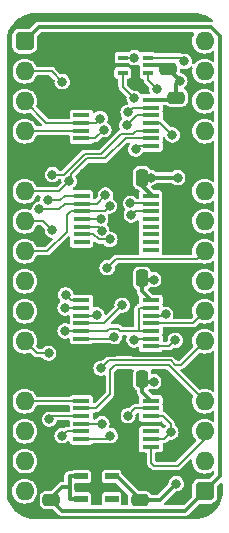
<source format=gtl>
%TF.GenerationSoftware,KiCad,Pcbnew,7.0.5*%
%TF.CreationDate,2024-01-27T16:38:23+02:00*%
%TF.ProjectId,Device Decode stage A,44657669-6365-4204-9465-636f64652073,rev?*%
%TF.SameCoordinates,Original*%
%TF.FileFunction,Copper,L1,Top*%
%TF.FilePolarity,Positive*%
%FSLAX46Y46*%
G04 Gerber Fmt 4.6, Leading zero omitted, Abs format (unit mm)*
G04 Created by KiCad (PCBNEW 7.0.5) date 2024-01-27 16:38:23*
%MOMM*%
%LPD*%
G01*
G04 APERTURE LIST*
G04 Aperture macros list*
%AMRoundRect*
0 Rectangle with rounded corners*
0 $1 Rounding radius*
0 $2 $3 $4 $5 $6 $7 $8 $9 X,Y pos of 4 corners*
0 Add a 4 corners polygon primitive as box body*
4,1,4,$2,$3,$4,$5,$6,$7,$8,$9,$2,$3,0*
0 Add four circle primitives for the rounded corners*
1,1,$1+$1,$2,$3*
1,1,$1+$1,$4,$5*
1,1,$1+$1,$6,$7*
1,1,$1+$1,$8,$9*
0 Add four rect primitives between the rounded corners*
20,1,$1+$1,$2,$3,$4,$5,0*
20,1,$1+$1,$4,$5,$6,$7,0*
20,1,$1+$1,$6,$7,$8,$9,0*
20,1,$1+$1,$8,$9,$2,$3,0*%
G04 Aperture macros list end*
%TA.AperFunction,SMDPad,CuDef*%
%ADD10RoundRect,0.250000X0.475000X-0.250000X0.475000X0.250000X-0.475000X0.250000X-0.475000X-0.250000X0*%
%TD*%
%TA.AperFunction,SMDPad,CuDef*%
%ADD11R,1.150000X0.600000*%
%TD*%
%TA.AperFunction,ComponentPad*%
%ADD12RoundRect,0.400000X-0.400000X-0.400000X0.400000X-0.400000X0.400000X0.400000X-0.400000X0.400000X0*%
%TD*%
%TA.AperFunction,ComponentPad*%
%ADD13O,1.600000X1.600000*%
%TD*%
%TA.AperFunction,ComponentPad*%
%ADD14R,1.600000X1.600000*%
%TD*%
%TA.AperFunction,SMDPad,CuDef*%
%ADD15R,1.475000X0.450000*%
%TD*%
%TA.AperFunction,SMDPad,CuDef*%
%ADD16R,1.450000X0.450000*%
%TD*%
%TA.AperFunction,SMDPad,CuDef*%
%ADD17RoundRect,0.250000X0.250000X0.475000X-0.250000X0.475000X-0.250000X-0.475000X0.250000X-0.475000X0*%
%TD*%
%TA.AperFunction,SMDPad,CuDef*%
%ADD18RoundRect,0.250000X-0.475000X0.250000X-0.475000X-0.250000X0.475000X-0.250000X0.475000X0.250000X0*%
%TD*%
%TA.AperFunction,SMDPad,CuDef*%
%ADD19R,0.875000X0.450000*%
%TD*%
%TA.AperFunction,ViaPad*%
%ADD20C,0.800000*%
%TD*%
%TA.AperFunction,Conductor*%
%ADD21C,0.380000*%
%TD*%
%TA.AperFunction,Conductor*%
%ADD22C,0.200000*%
%TD*%
G04 APERTURE END LIST*
D10*
%TO.P,C10,1*%
%TO.N,/5V*%
X91156000Y-97266012D03*
%TO.P,C10,2*%
%TO.N,/GND*%
X91156000Y-95366012D03*
%TD*%
D11*
%TO.P,IC1,1,VIN*%
%TO.N,/5V*%
X93666000Y-95255012D03*
%TO.P,IC1,2,GND*%
%TO.N,/GND*%
X93666000Y-96205012D03*
%TO.P,IC1,3,EN*%
%TO.N,/5V*%
X93666000Y-97155012D03*
%TO.P,IC1,4,ADJ*%
%TO.N,unconnected-(IC1-ADJ-Pad4)*%
X96266000Y-97155012D03*
%TO.P,IC1,5,VOUT*%
%TO.N,/3.3V*%
X96266000Y-95255012D03*
%TD*%
D12*
%TO.P,J1,1,Pin_1*%
%TO.N,/5V*%
X88900000Y-58420000D03*
D13*
%TO.P,J1,2,Pin_2*%
%TO.N,/~{Device Select}*%
X88900000Y-60960000D03*
%TO.P,J1,3,Pin_3*%
%TO.N,/A16*%
X88900000Y-63500000D03*
%TO.P,J1,4,Pin_4*%
%TO.N,/A15*%
X88900000Y-66040000D03*
D14*
%TO.P,J1,5,Pin_5*%
%TO.N,/GND*%
X88900000Y-68580000D03*
D13*
%TO.P,J1,6,Pin_6*%
%TO.N,/A14*%
X88900000Y-71120000D03*
%TO.P,J1,7,Pin_7*%
%TO.N,/A13*%
X88900000Y-73660000D03*
%TO.P,J1,8,Pin_8*%
%TO.N,/A12*%
X88900000Y-76200000D03*
%TO.P,J1,9,Pin_9*%
%TO.N,/A11*%
X88900000Y-78740000D03*
%TO.P,J1,10,Pin_10*%
%TO.N,/A10*%
X88900000Y-81280000D03*
%TO.P,J1,11,Pin_11*%
%TO.N,/A4*%
X88900000Y-83820000D03*
D14*
%TO.P,J1,12,Pin_12*%
%TO.N,/GND*%
X88900000Y-86360000D03*
D13*
%TO.P,J1,13,Pin_13*%
%TO.N,/A3*%
X88900000Y-88900000D03*
%TO.P,J1,14,Pin_14*%
%TO.N,unconnected-(J1-Pin_14-Pad14)*%
X88900000Y-91440000D03*
%TO.P,J1,15,Pin_15*%
%TO.N,/~{Reset}_{IN}*%
X88900000Y-93980000D03*
%TO.P,J1,16,Pin_16*%
%TO.N,unconnected-(J1-Pin_16-Pad16)*%
X88900000Y-96520000D03*
D12*
%TO.P,J1,17,Pin_17*%
%TO.N,/5V*%
X104140000Y-96520000D03*
D13*
%TO.P,J1,18,Pin_18*%
%TO.N,/Reset*%
X104140000Y-93980000D03*
%TO.P,J1,19,Pin_19*%
%TO.N,/~{Reset}*%
X104140000Y-91440000D03*
%TO.P,J1,20,Pin_20*%
%TO.N,/~{A3}*%
X104140000Y-88900000D03*
D14*
%TO.P,J1,21,Pin_21*%
%TO.N,/GND*%
X104140000Y-86360000D03*
D13*
%TO.P,J1,22,Pin_22*%
%TO.N,/~{A4}*%
X104140000Y-83820000D03*
%TO.P,J1,23,Pin_23*%
%TO.N,/~{Device RAM}*%
X104140000Y-81280000D03*
%TO.P,J1,24,Pin_24*%
%TO.N,/~{Device Registers}*%
X104140000Y-78740000D03*
%TO.P,J1,25,Pin_25*%
%TO.N,/~{Device ROM}*%
X104140000Y-76200000D03*
%TO.P,J1,26,Pin_26*%
%TO.N,unconnected-(J1-Pin_26-Pad26)*%
X104140000Y-73660000D03*
%TO.P,J1,27,Pin_27*%
%TO.N,unconnected-(J1-Pin_27-Pad27)*%
X104140000Y-71120000D03*
D14*
%TO.P,J1,28,Pin_28*%
%TO.N,/GND*%
X104140000Y-68580000D03*
D13*
%TO.P,J1,29,Pin_29*%
%TO.N,unconnected-(J1-Pin_29-Pad29)*%
X104140000Y-66040000D03*
%TO.P,J1,30,Pin_30*%
%TO.N,unconnected-(J1-Pin_30-Pad30)*%
X104140000Y-63500000D03*
%TO.P,J1,31,Pin_31*%
%TO.N,unconnected-(J1-Pin_31-Pad31)*%
X104140000Y-60960000D03*
%TO.P,J1,32,Pin_32*%
%TO.N,unconnected-(J1-Pin_32-Pad32)*%
X104140000Y-58420000D03*
%TD*%
D15*
%TO.P,IC3,1,1A*%
%TO.N,/GND*%
X93709000Y-63389842D03*
%TO.P,IC3,2,1B*%
X93709000Y-64039842D03*
%TO.P,IC3,3,1Y*%
%TO.N,unconnected-(IC3-1Y-Pad3)*%
X93709000Y-64689842D03*
%TO.P,IC3,4,2A*%
%TO.N,/A16*%
X93709000Y-65339842D03*
%TO.P,IC3,5,2B*%
%TO.N,/A15*%
X93709000Y-65989842D03*
%TO.P,IC3,6,2Y*%
%TO.N,/~{A16+A15}*%
X93709000Y-66639842D03*
%TO.P,IC3,7,GND*%
%TO.N,/GND*%
X93709000Y-67289842D03*
%TO.P,IC3,8,3Y*%
%TO.N,/~{A13+A14}*%
X99585000Y-67289842D03*
%TO.P,IC3,9,3A*%
%TO.N,/A14*%
X99585000Y-66639842D03*
%TO.P,IC3,10,3B*%
%TO.N,/A13*%
X99585000Y-65989842D03*
%TO.P,IC3,11,4Y*%
%TO.N,/~{A11+A12}*%
X99585000Y-65339842D03*
%TO.P,IC3,12,4A*%
%TO.N,/A12*%
X99585000Y-64689842D03*
%TO.P,IC3,13,4B*%
%TO.N,/A11*%
X99585000Y-64039842D03*
%TO.P,IC3,14,3V*%
%TO.N,/3.3V*%
X99585000Y-63389842D03*
%TD*%
%TO.P,IC6,1,1A*%
%TO.N,/A15*%
X93709000Y-80346000D03*
%TO.P,IC6,2,1B*%
%TO.N,/A14*%
X93709000Y-80996000D03*
%TO.P,IC6,3,1Y*%
%TO.N,/A15+A14*%
X93709000Y-81646000D03*
%TO.P,IC6,4,2A*%
%TO.N,/~{Device ROM}_{part}*%
X93709000Y-82296000D03*
%TO.P,IC6,5,2B*%
%TO.N,/~{Device Select}*%
X93709000Y-82946000D03*
%TO.P,IC6,6,2Y*%
%TO.N,/~{Device ROM}*%
X93709000Y-83596000D03*
%TO.P,IC6,7,GND*%
%TO.N,/GND*%
X93709000Y-84246000D03*
%TO.P,IC6,8,3Y*%
%TO.N,/~{Device Registers}*%
X99585000Y-84246000D03*
%TO.P,IC6,9,3A*%
%TO.N,/~{Device Registers}_{part}*%
X99585000Y-83596000D03*
%TO.P,IC6,10,3B*%
%TO.N,/~{Device Select}*%
X99585000Y-82946000D03*
%TO.P,IC6,11,4Y*%
%TO.N,/~{Device RAM}*%
X99585000Y-82296000D03*
%TO.P,IC6,12,4A*%
%TO.N,/~{Device RAM}_{part}*%
X99585000Y-81646000D03*
%TO.P,IC6,13,4B*%
%TO.N,/~{Device Select}*%
X99585000Y-80996000D03*
%TO.P,IC6,14,3V*%
%TO.N,/3.3V*%
X99585000Y-80346000D03*
%TD*%
D16*
%TO.P,IC2,1,A0*%
%TO.N,/A10*%
X93722000Y-71512000D03*
%TO.P,IC2,2,A1*%
%TO.N,/A11*%
X93722000Y-72162000D03*
%TO.P,IC2,3,A2*%
%TO.N,/A12*%
X93722000Y-72812000D03*
%TO.P,IC2,4,~{E1}*%
%TO.N,/A16*%
X93722000Y-73462000D03*
%TO.P,IC2,5,~{E2}*%
%TO.N,/A15+A14*%
X93722000Y-74112000D03*
%TO.P,IC2,6,E3*%
%TO.N,/~{A13}*%
X93722000Y-74762000D03*
%TO.P,IC2,7,~{Y7}*%
%TO.N,unconnected-(IC2-~{Y7}-Pad7)*%
X93722000Y-75412000D03*
%TO.P,IC2,8,GND*%
%TO.N,/GND*%
X93722000Y-76062000D03*
%TO.P,IC2,9,~{Y6}*%
%TO.N,unconnected-(IC2-~{Y6}-Pad9)*%
X99572000Y-76062000D03*
%TO.P,IC2,10,~{Y5}*%
%TO.N,unconnected-(IC2-~{Y5}-Pad10)*%
X99572000Y-75412000D03*
%TO.P,IC2,11,~{Y4}*%
%TO.N,unconnected-(IC2-~{Y4}-Pad11)*%
X99572000Y-74762000D03*
%TO.P,IC2,12,~{Y3}*%
%TO.N,unconnected-(IC2-~{Y3}-Pad12)*%
X99572000Y-74112000D03*
%TO.P,IC2,13,~{Y2}*%
%TO.N,unconnected-(IC2-~{Y2}-Pad13)*%
X99572000Y-73462000D03*
%TO.P,IC2,14,~{Y1}*%
%TO.N,/~{Device Registers}_{part}*%
X99572000Y-72812000D03*
%TO.P,IC2,15,~{Y0}*%
%TO.N,/~{Device ROM}_{part}*%
X99572000Y-72162000D03*
%TO.P,IC2,16,3V*%
%TO.N,/3.3V*%
X99572000Y-71512000D03*
%TD*%
D17*
%TO.P,C5,1*%
%TO.N,/3.3V*%
X98851000Y-69977000D03*
%TO.P,C5,2*%
%TO.N,/GND*%
X96951000Y-69977000D03*
%TD*%
%TO.P,C2,1*%
%TO.N,/3.3V*%
X98851000Y-86995000D03*
%TO.P,C2,2*%
%TO.N,/GND*%
X96951000Y-86995000D03*
%TD*%
D10*
%TO.P,C11,1*%
%TO.N,/3.3V*%
X98649000Y-97266012D03*
%TO.P,C11,2*%
%TO.N,/GND*%
X98649000Y-95366012D03*
%TD*%
D15*
%TO.P,IC13,1,1A*%
%TO.N,/A3*%
X93709000Y-88855000D03*
%TO.P,IC13,2,1Y*%
%TO.N,/~{A3}*%
X93709000Y-89505000D03*
%TO.P,IC13,3,2A*%
%TO.N,/A4*%
X93709000Y-90155000D03*
%TO.P,IC13,4,2Y*%
%TO.N,/~{A4}*%
X93709000Y-90805000D03*
%TO.P,IC13,5,3A*%
%TO.N,/A13*%
X93709000Y-91455000D03*
%TO.P,IC13,6,3Y*%
%TO.N,/~{A13}*%
X93709000Y-92105000D03*
%TO.P,IC13,7,GND*%
%TO.N,/GND*%
X93709000Y-92755000D03*
%TO.P,IC13,8,4Y*%
%TO.N,/~{Reset}*%
X99585000Y-92755000D03*
%TO.P,IC13,9,4A*%
%TO.N,/Reset*%
X99585000Y-92105000D03*
%TO.P,IC13,10,5Y*%
%TO.N,unconnected-(IC13-5Y-Pad10)*%
X99585000Y-91455000D03*
%TO.P,IC13,11,5A*%
%TO.N,/GND*%
X99585000Y-90805000D03*
%TO.P,IC13,12,6Y*%
%TO.N,/Reset*%
X99585000Y-90155000D03*
%TO.P,IC13,13,6A*%
%TO.N,/~{Reset}_{IN}*%
X99585000Y-89505000D03*
%TO.P,IC13,14,3V*%
%TO.N,/3.3V*%
X99585000Y-88855000D03*
%TD*%
D10*
%TO.P,C12,1*%
%TO.N,/3.3V*%
X101046000Y-60751000D03*
%TO.P,C12,2*%
%TO.N,/GND*%
X101046000Y-58851000D03*
%TD*%
D18*
%TO.P,C1,1*%
%TO.N,/3.3V*%
X101727000Y-63201000D03*
%TO.P,C1,2*%
%TO.N,/GND*%
X101727000Y-65101000D03*
%TD*%
D17*
%TO.P,C9,1*%
%TO.N,/3.3V*%
X98851000Y-78486000D03*
%TO.P,C9,2*%
%TO.N,/GND*%
X96951000Y-78486000D03*
%TD*%
D19*
%TO.P,IC5,1,A*%
%TO.N,/~{A16+A15}*%
X97190000Y-59802000D03*
%TO.P,IC5,2,GND*%
%TO.N,/GND*%
X97190000Y-60452000D03*
%TO.P,IC5,3,B*%
%TO.N,/~{A13+A14}*%
X97190000Y-61102000D03*
%TO.P,IC5,4,Y*%
%TO.N,/~{Device RAM}_{part}*%
X99314000Y-61102000D03*
%TO.P,IC5,5,3V*%
%TO.N,/3.3V*%
X99314000Y-60452000D03*
%TO.P,IC5,6,C*%
%TO.N,/~{A11+A12}*%
X99314000Y-59802000D03*
%TD*%
D20*
%TO.N,/GND*%
X97282000Y-82169000D03*
X93932318Y-69548318D03*
X97281992Y-84201000D03*
X101674056Y-84889295D03*
X101727000Y-79629000D03*
X92202000Y-67310000D03*
X97663000Y-87249000D03*
X97790000Y-95123000D03*
X100965000Y-93661000D03*
X102489000Y-90678004D03*
%TO.N,/3.3V*%
X99568000Y-69977000D03*
X99822000Y-78613000D03*
X101727000Y-95885000D03*
X99822000Y-87249000D03*
X101854000Y-69977000D03*
X102031475Y-61772469D03*
%TO.N,/~{A4}*%
X95438990Y-90805000D03*
X95377000Y-86106000D03*
%TO.N,/A10*%
X90848000Y-71870082D03*
%TO.N,/A11*%
X97649025Y-64436867D03*
X95732318Y-71444686D03*
X90148000Y-72649664D03*
%TO.N,/A12*%
X96085978Y-72380063D03*
X97536000Y-65539842D03*
%TO.N,/A13*%
X91248000Y-74421999D03*
X92075000Y-91821000D03*
X91248000Y-69723000D03*
%TO.N,/A14*%
X92663844Y-70249023D03*
X92329000Y-80996016D03*
%TO.N,/A15*%
X92372000Y-79894027D03*
%TO.N,/A16*%
X95281748Y-64965281D03*
X95332318Y-73471000D03*
%TO.N,/A15+A14*%
X95009311Y-81596000D03*
X95425339Y-74466666D03*
%TO.N,/~{A13}*%
X96102671Y-75202347D03*
X96139000Y-91821000D03*
%TO.N,/A4*%
X90994000Y-90424000D03*
X90932000Y-84836000D03*
%TO.N,/~{Device Registers}*%
X101648110Y-83746119D03*
%TO.N,/~{Device ROM}*%
X96503561Y-83456000D03*
X95885000Y-77597000D03*
%TO.N,/~{Device Select}*%
X92329000Y-82946002D03*
X92075000Y-61849000D03*
%TO.N,/~{Device Registers}_{part}*%
X97926405Y-73133150D03*
X98149523Y-83703599D03*
%TO.N,/~{Device ROM}_{part}*%
X97850923Y-72136000D03*
X97155000Y-80772000D03*
%TO.N,/~{A16+A15}*%
X98171000Y-59816996D03*
X95604035Y-65911926D03*
%TO.N,/~{A13+A14}*%
X98298000Y-67564000D03*
X98171000Y-63246000D03*
%TO.N,/~{A11+A12}*%
X101409500Y-66357500D03*
X102428192Y-60137188D03*
%TO.N,/~{Device RAM}_{part}*%
X100838000Y-81534000D03*
X100076000Y-62484000D03*
%TO.N,/Reset*%
X101269615Y-91516385D03*
%TO.N,/~{Reset}_{IN}*%
X97635000Y-90135982D03*
%TD*%
D21*
%TO.N,/5V*%
X92711000Y-95255012D02*
X92701000Y-95265012D01*
X104632915Y-57230000D02*
X105410000Y-58007085D01*
X105410000Y-58007085D02*
X105410000Y-95250000D01*
X92046000Y-98156012D02*
X91156000Y-97266012D01*
X104140000Y-96520000D02*
X102503988Y-98156012D01*
X91156000Y-97094012D02*
X92045000Y-96205012D01*
X105410000Y-95250000D02*
X104140000Y-96520000D01*
X92701000Y-96205012D02*
X92701000Y-97145012D01*
X92701000Y-95265012D02*
X92701000Y-96205012D01*
X102503988Y-98156012D02*
X92046000Y-98156012D01*
X90090000Y-57230000D02*
X104632915Y-57230000D01*
X92701000Y-97145012D02*
X92711000Y-97155012D01*
X92711000Y-97155012D02*
X93666000Y-97155012D01*
X93666000Y-95255012D02*
X92711000Y-95255012D01*
X92045000Y-96205012D02*
X92701000Y-96205012D01*
X88900000Y-58420000D02*
X90090000Y-57230000D01*
%TO.N,/GND*%
X96951000Y-78790000D02*
X97917000Y-79756000D01*
X87710000Y-67390000D02*
X87710000Y-60245000D01*
X97945000Y-81506000D02*
X97282000Y-82169000D01*
X91957000Y-94565012D02*
X91156000Y-95366012D01*
X88407085Y-95170000D02*
X87710000Y-94472915D01*
X104140000Y-67722915D02*
X104140000Y-68580000D01*
X101601351Y-84962000D02*
X101674056Y-84889295D01*
X100584000Y-77851000D02*
X101727000Y-78994000D01*
X93709000Y-67289842D02*
X92222158Y-67289842D01*
X97927748Y-79766748D02*
X97927748Y-80427519D01*
X101727000Y-78994000D02*
X101727000Y-79629000D01*
X103815000Y-68453000D02*
X98475000Y-68453000D01*
X88265000Y-59690000D02*
X96362500Y-59690000D01*
X96520991Y-84962001D02*
X94107999Y-84962001D01*
X87710000Y-85170000D02*
X88900000Y-86360000D01*
X94966000Y-95860012D02*
X94966000Y-94565012D01*
X88900000Y-86360000D02*
X87710000Y-87550000D01*
X90959988Y-95170000D02*
X88407085Y-95170000D01*
X95343350Y-67289842D02*
X96714000Y-65919191D01*
X96729000Y-92755000D02*
X93709000Y-92755000D01*
X100104000Y-77371000D02*
X100584000Y-77851000D01*
X88900000Y-68580000D02*
X90932000Y-68580000D01*
X93666000Y-96205012D02*
X94621000Y-96205012D01*
X97232012Y-94565012D02*
X97790000Y-95123000D01*
X93722000Y-77974000D02*
X93722000Y-76062000D01*
X87710000Y-94472915D02*
X87710000Y-87550000D01*
X97281992Y-84201000D02*
X96520991Y-84962001D01*
X102489000Y-90678004D02*
X102489000Y-92137000D01*
X87710000Y-60245000D02*
X88265000Y-59690000D01*
X96951000Y-69977000D02*
X94361000Y-69977000D01*
X96382500Y-58928000D02*
X96362500Y-58948000D01*
X98042992Y-84962000D02*
X101601351Y-84962000D01*
X93722000Y-76062000D02*
X93987000Y-76327000D01*
X96845000Y-90953000D02*
X96951000Y-91059000D01*
X98475000Y-68453000D02*
X96951000Y-69977000D01*
X96362500Y-58948000D02*
X96362500Y-59690000D01*
X97281992Y-84201000D02*
X98042992Y-84962000D01*
X97927748Y-80427519D02*
X97945000Y-80444771D01*
X97945000Y-80444771D02*
X97945000Y-81506000D01*
X97028000Y-75394247D02*
X97028000Y-70054000D01*
X96095247Y-76327000D02*
X97028000Y-75394247D01*
X92222158Y-67289842D02*
X92202000Y-67310000D01*
X97236992Y-84246000D02*
X97281992Y-84201000D01*
X93709000Y-67289842D02*
X95343350Y-67289842D01*
X102489000Y-92137000D02*
X100965000Y-93661000D01*
X92710000Y-86360000D02*
X88900000Y-86360000D01*
X97917000Y-79756000D02*
X97927748Y-79766748D01*
X88900000Y-68580000D02*
X87710000Y-69770000D01*
X93709000Y-84246000D02*
X97236992Y-84246000D01*
X94234000Y-78486000D02*
X93722000Y-77974000D01*
X96845000Y-87101000D02*
X96845000Y-90953000D01*
X96951000Y-92533000D02*
X96729000Y-92755000D01*
X94966000Y-94565012D02*
X97232012Y-94565012D01*
X96362500Y-60203000D02*
X96484500Y-60325000D01*
X93987000Y-76327000D02*
X96095247Y-76327000D01*
X90932000Y-68580000D02*
X92202000Y-67310000D01*
X88900000Y-68580000D02*
X87710000Y-67390000D01*
X101727000Y-65309915D02*
X104140000Y-67722915D01*
X94107999Y-84962001D02*
X92710000Y-86360000D01*
X98066000Y-77371000D02*
X100104000Y-77371000D01*
X96951000Y-91059000D02*
X96951000Y-92533000D01*
X96951000Y-78486000D02*
X98066000Y-77371000D01*
X97205000Y-87249000D02*
X97663000Y-87249000D01*
X96362500Y-59690000D02*
X96362500Y-60203000D01*
X94361000Y-69977000D02*
X93932318Y-69548318D01*
X98471988Y-95123000D02*
X97790000Y-95123000D01*
X94966000Y-94565012D02*
X91957000Y-94565012D01*
X100969000Y-58928000D02*
X96382500Y-58928000D01*
X96951000Y-78486000D02*
X94234000Y-78486000D01*
X94621000Y-96205012D02*
X94966000Y-95860012D01*
X87710000Y-69770000D02*
X87710000Y-85170000D01*
%TO.N,/3.3V*%
X101046000Y-60751000D02*
X102031475Y-61736475D01*
X98649000Y-97266012D02*
X100345988Y-97266012D01*
X101727000Y-63201000D02*
X101727000Y-62076944D01*
X98851000Y-79612000D02*
X99585000Y-80346000D01*
X96266000Y-95255012D02*
X96704000Y-95255012D01*
X101727000Y-62076944D02*
X102031475Y-61772469D01*
X99568000Y-69977000D02*
X101854000Y-69977000D01*
X102031475Y-61736475D02*
X102031475Y-61772469D01*
X98851000Y-69977000D02*
X99568000Y-69977000D01*
X101555000Y-63373000D02*
X99601842Y-63373000D01*
X100345988Y-97266012D02*
X101727000Y-95885000D01*
X96704000Y-95255012D02*
X98649000Y-97200012D01*
X98851000Y-69977000D02*
X98851000Y-70657000D01*
X99822000Y-78613000D02*
X98978000Y-78613000D01*
X98851000Y-70657000D02*
X99572000Y-71378000D01*
X98851000Y-78486000D02*
X98851000Y-79612000D01*
X98851000Y-88121000D02*
X99585000Y-88855000D01*
X99572000Y-71378000D02*
X99572000Y-71512000D01*
X99105000Y-87249000D02*
X99822000Y-87249000D01*
X100747000Y-60452000D02*
X99314000Y-60452000D01*
X98851000Y-86995000D02*
X98851000Y-88121000D01*
D22*
%TO.N,/A3*%
X93709000Y-88855000D02*
X88945000Y-88855000D01*
%TO.N,/~{A4}*%
X101629685Y-85824000D02*
X102136000Y-85824000D01*
X101257686Y-85452000D02*
X101629685Y-85824000D01*
X95377000Y-86106000D02*
X96031000Y-85452000D01*
X93709000Y-90805000D02*
X95438990Y-90805000D01*
X96031000Y-85452000D02*
X101257686Y-85452000D01*
X102136000Y-85824000D02*
X104140000Y-83820000D01*
%TO.N,/~{A3}*%
X93709000Y-89505000D02*
X94900500Y-89505000D01*
X101092000Y-85852000D02*
X104140000Y-88900000D01*
X96151000Y-86221000D02*
X96520000Y-85852000D01*
X94900500Y-89505000D02*
X96151000Y-88254500D01*
X96520000Y-85852000D02*
X101092000Y-85852000D01*
X96151000Y-88254500D02*
X96151000Y-86221000D01*
%TO.N,/A10*%
X92289000Y-71512000D02*
X91930918Y-71870082D01*
X93722000Y-71512000D02*
X92289000Y-71512000D01*
X91930918Y-71870082D02*
X90848000Y-71870082D01*
%TO.N,/A11*%
X91801336Y-72649664D02*
X90148000Y-72649664D01*
X98046050Y-64039842D02*
X97649025Y-64436867D01*
X93722000Y-72162000D02*
X95015004Y-72162000D01*
X93722000Y-72162000D02*
X92289000Y-72162000D01*
X95015004Y-72162000D02*
X95732318Y-71444686D01*
X99585000Y-64039842D02*
X98046050Y-64039842D01*
X92289000Y-72162000D02*
X91801336Y-72649664D01*
%TO.N,/A12*%
X98386000Y-64689842D02*
X97536000Y-65539842D01*
X93722000Y-72812000D02*
X92796000Y-72812000D01*
X90805000Y-76200000D02*
X88900000Y-76200000D01*
X99585000Y-64689842D02*
X98386000Y-64689842D01*
X92456000Y-74549000D02*
X90805000Y-76200000D01*
X93763000Y-72771000D02*
X95695041Y-72771000D01*
X95695041Y-72771000D02*
X96085978Y-72380063D01*
X92796000Y-72812000D02*
X92456000Y-73152000D01*
X92456000Y-73152000D02*
X92456000Y-74549000D01*
%TO.N,/A13*%
X92441000Y-91455000D02*
X92075000Y-91821000D01*
X93709000Y-91455000D02*
X92441000Y-91455000D01*
X98352314Y-65989842D02*
X98102314Y-66239842D01*
X95381156Y-67945000D02*
X97086314Y-66239842D01*
X99585000Y-65989842D02*
X98352314Y-65989842D01*
X98102314Y-66239842D02*
X97086314Y-66239842D01*
X88900000Y-73660000D02*
X90486001Y-73660000D01*
X93980000Y-67945000D02*
X95381156Y-67945000D01*
X90486001Y-73660000D02*
X91248000Y-74421999D01*
X92202000Y-69723000D02*
X91248000Y-69723000D01*
X93980000Y-67945000D02*
X92202000Y-69723000D01*
%TO.N,/A14*%
X92837000Y-69653686D02*
X94145686Y-68345000D01*
X88900000Y-71120000D02*
X91792867Y-71120000D01*
X92329006Y-80996010D02*
X92329000Y-80996016D01*
X91792867Y-71120000D02*
X92663844Y-70249023D01*
X92663844Y-70249023D02*
X92837000Y-70075867D01*
X95738862Y-68345000D02*
X97444020Y-66639842D01*
X93708990Y-80996010D02*
X92329006Y-80996010D01*
X97444020Y-66639842D02*
X99585000Y-66639842D01*
X92837000Y-70075867D02*
X92837000Y-69653686D01*
X94145686Y-68345000D02*
X95738862Y-68345000D01*
%TO.N,/A15*%
X92823973Y-80346000D02*
X92372000Y-79894027D01*
X93709000Y-80346000D02*
X92823973Y-80346000D01*
X93709000Y-65989842D02*
X88950158Y-65989842D01*
%TO.N,/A16*%
X95323318Y-73462000D02*
X95332318Y-73471000D01*
X93709000Y-65339842D02*
X94907187Y-65339842D01*
X90739842Y-65339842D02*
X93709000Y-65339842D01*
X88900000Y-63500000D02*
X90739842Y-65339842D01*
X94907187Y-65339842D02*
X95281748Y-64965281D01*
X93722000Y-73462000D02*
X95323318Y-73462000D01*
%TO.N,/A15+A14*%
X95042368Y-74171000D02*
X95214000Y-74171000D01*
X95425339Y-74382339D02*
X95425339Y-74466666D01*
X94959311Y-81646000D02*
X95009311Y-81596000D01*
X93709000Y-81646000D02*
X94959311Y-81646000D01*
X94983368Y-74112000D02*
X95042368Y-74171000D01*
X95214000Y-74171000D02*
X95425339Y-74382339D01*
X93722000Y-74112000D02*
X94983368Y-74112000D01*
%TO.N,/~{A13}*%
X93709000Y-92105000D02*
X95855000Y-92105000D01*
X95171070Y-75202347D02*
X96102671Y-75202347D01*
X93727384Y-74756616D02*
X94725339Y-74756616D01*
X95855000Y-92105000D02*
X96139000Y-91821000D01*
X94725339Y-74756616D02*
X95171070Y-75202347D01*
%TO.N,/A4*%
X91263000Y-90155000D02*
X90994000Y-90424000D01*
X89916000Y-84836000D02*
X90932000Y-84836000D01*
X88900000Y-83820000D02*
X89916000Y-84836000D01*
X93709000Y-90155000D02*
X91263000Y-90155000D01*
%TO.N,/~{Device Registers}*%
X99585000Y-84246000D02*
X101148229Y-84246000D01*
X101148229Y-84246000D02*
X101648110Y-83746119D01*
%TO.N,/~{Device ROM}*%
X96601000Y-76881000D02*
X95885000Y-77597000D01*
X103459000Y-76881000D02*
X96601000Y-76881000D01*
X96363561Y-83596000D02*
X96503561Y-83456000D01*
X104140000Y-76200000D02*
X103459000Y-76881000D01*
X93709000Y-83596000D02*
X96363561Y-83596000D01*
%TO.N,/~{Device RAM}*%
X99585000Y-82296000D02*
X103124000Y-82296000D01*
X103124000Y-82296000D02*
X104140000Y-81280000D01*
%TO.N,/~{Device Select}*%
X98547500Y-82941500D02*
X98552000Y-82946000D01*
X93708998Y-82946002D02*
X92329000Y-82946002D01*
X98647500Y-80996000D02*
X98547500Y-81096000D01*
X96793511Y-82756000D02*
X96983511Y-82946000D01*
X98547500Y-81096000D02*
X98547500Y-82941500D01*
X98552000Y-82946000D02*
X99585000Y-82946000D01*
X96983511Y-82946000D02*
X98552000Y-82946000D01*
X91186000Y-60960000D02*
X92075000Y-61849000D01*
X88900000Y-60960000D02*
X91186000Y-60960000D01*
X95833470Y-82946000D02*
X96023470Y-82756000D01*
X96023470Y-82756000D02*
X96793511Y-82756000D01*
X93709000Y-82946000D02*
X95833470Y-82946000D01*
X99585000Y-80996000D02*
X98647500Y-80996000D01*
%TO.N,/~{Device Registers}_{part}*%
X98257122Y-83596000D02*
X98149523Y-83703599D01*
X99585000Y-83596000D02*
X98257122Y-83596000D01*
X98288555Y-72771000D02*
X97926405Y-73133150D01*
X99531000Y-72771000D02*
X98288555Y-72771000D01*
%TO.N,/~{Device ROM}_{part}*%
X95631000Y-82296000D02*
X97155000Y-80772000D01*
X93709000Y-82296000D02*
X95631000Y-82296000D01*
X99546000Y-72136000D02*
X97850923Y-72136000D01*
%TO.N,/~{A16+A15}*%
X97205000Y-59817000D02*
X98170996Y-59817000D01*
X98170996Y-59817000D02*
X98171000Y-59816996D01*
X94876119Y-66639842D02*
X95604035Y-65911926D01*
X93709000Y-66639842D02*
X94876119Y-66639842D01*
%TO.N,/~{A13+A14}*%
X99585000Y-67289842D02*
X98572158Y-67289842D01*
X98572158Y-67289842D02*
X98298000Y-67564000D01*
X97190000Y-61102000D02*
X97190000Y-62265000D01*
X97190000Y-62265000D02*
X98171000Y-63246000D01*
%TO.N,/~{A11+A12}*%
X100391842Y-65339842D02*
X101409500Y-66357500D01*
X102428192Y-60137188D02*
X102093004Y-59802000D01*
X102093004Y-59802000D02*
X99314000Y-59802000D01*
X99585000Y-65339842D02*
X100391842Y-65339842D01*
%TO.N,/~{Device RAM}_{part}*%
X99314000Y-61102000D02*
X99314000Y-61722000D01*
X99585000Y-81646000D02*
X100726000Y-81646000D01*
X100726000Y-81646000D02*
X100838000Y-81534000D01*
X99314000Y-61722000D02*
X100076000Y-62484000D01*
%TO.N,/Reset*%
X99585000Y-90155000D02*
X100569000Y-90155000D01*
X100569000Y-90155000D02*
X101269615Y-90855615D01*
X100681000Y-92105000D02*
X101269615Y-91516385D01*
X101269615Y-90855615D02*
X101269615Y-91516385D01*
X99585000Y-92105000D02*
X100681000Y-92105000D01*
%TO.N,/~{Reset}*%
X99585000Y-92755000D02*
X99585000Y-94124000D01*
X99822000Y-94361000D02*
X101854000Y-94361000D01*
X99585000Y-94124000D02*
X99822000Y-94361000D01*
X101854000Y-94361000D02*
X104140000Y-92075000D01*
%TO.N,/~{Reset}_{IN}*%
X98265982Y-89505000D02*
X97635000Y-90135982D01*
X99585000Y-89505000D02*
X98265982Y-89505000D01*
%TD*%
%TA.AperFunction,Conductor*%
%TO.N,/GND*%
G36*
X103306125Y-56056880D02*
G01*
X103585372Y-56073778D01*
X103592795Y-56074679D01*
X103866125Y-56124775D01*
X103873385Y-56126565D01*
X103980785Y-56160034D01*
X104138680Y-56209240D01*
X104145681Y-56211896D01*
X104399062Y-56325939D01*
X104405697Y-56329422D01*
X104643491Y-56473179D01*
X104649658Y-56477436D01*
X104684008Y-56504348D01*
X104765113Y-56567892D01*
X104805743Y-56624731D01*
X104809195Y-56694515D01*
X104774370Y-56755088D01*
X104712325Y-56787216D01*
X104688637Y-56789500D01*
X104642319Y-56789500D01*
X104640037Y-56789457D01*
X104615976Y-56788557D01*
X104583037Y-56787324D01*
X104573805Y-56788365D01*
X104573708Y-56787510D01*
X104558595Y-56789500D01*
X90118227Y-56789500D01*
X90111288Y-56789110D01*
X90095433Y-56787324D01*
X90073342Y-56784834D01*
X90017347Y-56795430D01*
X90015062Y-56795818D01*
X89958692Y-56804315D01*
X89950758Y-56806762D01*
X89942867Y-56809523D01*
X89892495Y-56836145D01*
X89890427Y-56837189D01*
X89839051Y-56861931D01*
X89832206Y-56866597D01*
X89825466Y-56871572D01*
X89785185Y-56911853D01*
X89783517Y-56913459D01*
X89741710Y-56952251D01*
X89735919Y-56959514D01*
X89735249Y-56958980D01*
X89725968Y-56971069D01*
X89363858Y-57333181D01*
X89302535Y-57366666D01*
X89276177Y-57369500D01*
X88434298Y-57369500D01*
X88397432Y-57372401D01*
X88397426Y-57372402D01*
X88239606Y-57418254D01*
X88239603Y-57418255D01*
X88098137Y-57501917D01*
X88098129Y-57501923D01*
X87981923Y-57618129D01*
X87981917Y-57618137D01*
X87898255Y-57759603D01*
X87898254Y-57759606D01*
X87852402Y-57917426D01*
X87852401Y-57917432D01*
X87849500Y-57954298D01*
X87849500Y-58885701D01*
X87852401Y-58922567D01*
X87852402Y-58922573D01*
X87898254Y-59080393D01*
X87898255Y-59080396D01*
X87981917Y-59221862D01*
X87981923Y-59221870D01*
X88098129Y-59338076D01*
X88098133Y-59338079D01*
X88098135Y-59338081D01*
X88239602Y-59421744D01*
X88274266Y-59431815D01*
X88397426Y-59467597D01*
X88397429Y-59467597D01*
X88397431Y-59467598D01*
X88434306Y-59470500D01*
X88434314Y-59470500D01*
X89365686Y-59470500D01*
X89365694Y-59470500D01*
X89402569Y-59467598D01*
X89402571Y-59467597D01*
X89402573Y-59467597D01*
X89457985Y-59451498D01*
X89560398Y-59421744D01*
X89701865Y-59338081D01*
X89818081Y-59221865D01*
X89901744Y-59080398D01*
X89947598Y-58922569D01*
X89950500Y-58885694D01*
X89950500Y-58043823D01*
X89970185Y-57976784D01*
X89986819Y-57956142D01*
X90236142Y-57706819D01*
X90297465Y-57673334D01*
X90323823Y-57670500D01*
X103142586Y-57670500D01*
X103209625Y-57690185D01*
X103255380Y-57742989D01*
X103265324Y-57812147D01*
X103251945Y-57852950D01*
X103217482Y-57917426D01*
X103164769Y-58016043D01*
X103104699Y-58214067D01*
X103084417Y-58420000D01*
X103104699Y-58625932D01*
X103104700Y-58625934D01*
X103164768Y-58823954D01*
X103262315Y-59006450D01*
X103262317Y-59006452D01*
X103393589Y-59166410D01*
X103479884Y-59237229D01*
X103553550Y-59297685D01*
X103736046Y-59395232D01*
X103934066Y-59455300D01*
X103934065Y-59455300D01*
X103952529Y-59457118D01*
X104140000Y-59475583D01*
X104345934Y-59455300D01*
X104543954Y-59395232D01*
X104726450Y-59297685D01*
X104766835Y-59264541D01*
X104831145Y-59237229D01*
X104900012Y-59249020D01*
X104951573Y-59296172D01*
X104969500Y-59360395D01*
X104969500Y-60019604D01*
X104949815Y-60086643D01*
X104897011Y-60132398D01*
X104827853Y-60142342D01*
X104766836Y-60115458D01*
X104726453Y-60082317D01*
X104726451Y-60082316D01*
X104726450Y-60082315D01*
X104543954Y-59984768D01*
X104345934Y-59924700D01*
X104345932Y-59924699D01*
X104345934Y-59924699D01*
X104140000Y-59904417D01*
X103934067Y-59924699D01*
X103758692Y-59977898D01*
X103750545Y-59980370D01*
X103736043Y-59984769D01*
X103670873Y-60019604D01*
X103553550Y-60082315D01*
X103553548Y-60082316D01*
X103553547Y-60082317D01*
X103393589Y-60213590D01*
X103289040Y-60340984D01*
X103231295Y-60380318D01*
X103161450Y-60382189D01*
X103101682Y-60346002D01*
X103070966Y-60283246D01*
X103070091Y-60247372D01*
X103074921Y-60207600D01*
X103083470Y-60137188D01*
X103082889Y-60132398D01*
X103064429Y-59980369D01*
X103035624Y-59904417D01*
X103008412Y-59832665D01*
X102918675Y-59702658D01*
X102800432Y-59597905D01*
X102800430Y-59597904D01*
X102800429Y-59597903D01*
X102660557Y-59524491D01*
X102507178Y-59486688D01*
X102507177Y-59486688D01*
X102349207Y-59486688D01*
X102349202Y-59486688D01*
X102331670Y-59491009D01*
X102261868Y-59487937D01*
X102250062Y-59483055D01*
X102201186Y-59468503D01*
X102198747Y-59467722D01*
X102151488Y-59451498D01*
X102144273Y-59450294D01*
X102136957Y-59449382D01*
X102088143Y-59451401D01*
X102087053Y-59451447D01*
X102084493Y-59451500D01*
X100035197Y-59451500D01*
X99968158Y-59431815D01*
X99940813Y-59404953D01*
X99940734Y-59405033D01*
X99932103Y-59396402D01*
X99932101Y-59396399D01*
X99849240Y-59341034D01*
X99849238Y-59341033D01*
X99849235Y-59341032D01*
X99776177Y-59326500D01*
X99776174Y-59326500D01*
X98851826Y-59326500D01*
X98851823Y-59326500D01*
X98778764Y-59341032D01*
X98778757Y-59341035D01*
X98764770Y-59350381D01*
X98698092Y-59371258D01*
X98630713Y-59352772D01*
X98613654Y-59340094D01*
X98601538Y-59329360D01*
X98543240Y-59277713D01*
X98543238Y-59277712D01*
X98543237Y-59277711D01*
X98403365Y-59204299D01*
X98249986Y-59166496D01*
X98249985Y-59166496D01*
X98092015Y-59166496D01*
X98092014Y-59166496D01*
X97938634Y-59204299D01*
X97798764Y-59277710D01*
X97798756Y-59277715D01*
X97772967Y-59300561D01*
X97709733Y-59330279D01*
X97666555Y-59329360D01*
X97652175Y-59326500D01*
X97652174Y-59326500D01*
X96727826Y-59326500D01*
X96727823Y-59326500D01*
X96654764Y-59341032D01*
X96654760Y-59341033D01*
X96571899Y-59396399D01*
X96516533Y-59479260D01*
X96516532Y-59479264D01*
X96502000Y-59552321D01*
X96502000Y-60051678D01*
X96516532Y-60124735D01*
X96516533Y-60124739D01*
X96524851Y-60137188D01*
X96571899Y-60207601D01*
X96631422Y-60247372D01*
X96654760Y-60262966D01*
X96654764Y-60262967D01*
X96727821Y-60277499D01*
X96727824Y-60277500D01*
X97658266Y-60277500D01*
X97658265Y-60279226D01*
X97718836Y-60290708D01*
X97744580Y-60308281D01*
X97798756Y-60356276D01*
X97798758Y-60356277D01*
X97798760Y-60356279D01*
X97798764Y-60356281D01*
X97938634Y-60429692D01*
X98092014Y-60467496D01*
X98092015Y-60467496D01*
X98249985Y-60467496D01*
X98403365Y-60429692D01*
X98444374Y-60408169D01*
X98512882Y-60394443D01*
X98577935Y-60419935D01*
X98618880Y-60476551D01*
X98626000Y-60517965D01*
X98626000Y-60701673D01*
X98636171Y-60752809D01*
X98636171Y-60801188D01*
X98626000Y-60852325D01*
X98626000Y-61351678D01*
X98640532Y-61424735D01*
X98640533Y-61424739D01*
X98640534Y-61424740D01*
X98695899Y-61507601D01*
X98751089Y-61544477D01*
X98778760Y-61562966D01*
X98778764Y-61562967D01*
X98857800Y-61578689D01*
X98857318Y-61581107D01*
X98912063Y-61603204D01*
X98952429Y-61660233D01*
X98959028Y-61705576D01*
X98958956Y-61707310D01*
X98963023Y-61739937D01*
X98963500Y-61747614D01*
X98963500Y-61751040D01*
X98965824Y-61764969D01*
X98966876Y-61771276D01*
X98967245Y-61773808D01*
X98973427Y-61823393D01*
X98975520Y-61830426D01*
X98977907Y-61837379D01*
X98977908Y-61837381D01*
X98978071Y-61837682D01*
X99001691Y-61881330D01*
X99002864Y-61883608D01*
X99024802Y-61928484D01*
X99024804Y-61928486D01*
X99029071Y-61934464D01*
X99033580Y-61940256D01*
X99070342Y-61974099D01*
X99072191Y-61975873D01*
X99252455Y-62156137D01*
X99395309Y-62298990D01*
X99428794Y-62360313D01*
X99430724Y-62401616D01*
X99420722Y-62483999D01*
X99420722Y-62484000D01*
X99439762Y-62640818D01*
X99479794Y-62746371D01*
X99485161Y-62816034D01*
X99452014Y-62877540D01*
X99390876Y-62911362D01*
X99363852Y-62914342D01*
X98822823Y-62914342D01*
X98816761Y-62914939D01*
X98816633Y-62913644D01*
X98753722Y-62908003D01*
X98698553Y-62865130D01*
X98697094Y-62863062D01*
X98661483Y-62811470D01*
X98596148Y-62753589D01*
X98543240Y-62706717D01*
X98543238Y-62706716D01*
X98543237Y-62706715D01*
X98403365Y-62633303D01*
X98249986Y-62595500D01*
X98249985Y-62595500D01*
X98092015Y-62595500D01*
X98092013Y-62595500D01*
X98084572Y-62596404D01*
X98084184Y-62593209D01*
X98028662Y-62590476D01*
X97981724Y-62561042D01*
X97576819Y-62156137D01*
X97543334Y-62094814D01*
X97540500Y-62068456D01*
X97540500Y-61700886D01*
X97560185Y-61633847D01*
X97612989Y-61588092D01*
X97646285Y-61579117D01*
X97646200Y-61578689D01*
X97725235Y-61562967D01*
X97725235Y-61562966D01*
X97725240Y-61562966D01*
X97808101Y-61507601D01*
X97863466Y-61424740D01*
X97878000Y-61351674D01*
X97878000Y-60852326D01*
X97878000Y-60852325D01*
X97878000Y-60852323D01*
X97877999Y-60852321D01*
X97863467Y-60779264D01*
X97863466Y-60779260D01*
X97846632Y-60754066D01*
X97808101Y-60696399D01*
X97734892Y-60647483D01*
X97725239Y-60641033D01*
X97725235Y-60641032D01*
X97652177Y-60626500D01*
X97652174Y-60626500D01*
X96727826Y-60626500D01*
X96727823Y-60626500D01*
X96654764Y-60641032D01*
X96654760Y-60641033D01*
X96571899Y-60696399D01*
X96516533Y-60779260D01*
X96516532Y-60779264D01*
X96502000Y-60852321D01*
X96502000Y-61351678D01*
X96516532Y-61424735D01*
X96516533Y-61424739D01*
X96516534Y-61424740D01*
X96571899Y-61507601D01*
X96627089Y-61544477D01*
X96654760Y-61562966D01*
X96654764Y-61562967D01*
X96733800Y-61578689D01*
X96733564Y-61579871D01*
X96792438Y-61603641D01*
X96832799Y-61660674D01*
X96839500Y-61700886D01*
X96839500Y-62215788D01*
X96836861Y-62241232D01*
X96834957Y-62250311D01*
X96834957Y-62250317D01*
X96839023Y-62282937D01*
X96839500Y-62290614D01*
X96839500Y-62294040D01*
X96840326Y-62298990D01*
X96842876Y-62314276D01*
X96843245Y-62316808D01*
X96849427Y-62366393D01*
X96851520Y-62373426D01*
X96853907Y-62380379D01*
X96853908Y-62380381D01*
X96858185Y-62388284D01*
X96877691Y-62424330D01*
X96878864Y-62426608D01*
X96900802Y-62471484D01*
X96900804Y-62471486D01*
X96905071Y-62477464D01*
X96909582Y-62483259D01*
X96946341Y-62517098D01*
X96948190Y-62518872D01*
X97490309Y-63060991D01*
X97523794Y-63122314D01*
X97525724Y-63163617D01*
X97515722Y-63245999D01*
X97515722Y-63246000D01*
X97534762Y-63402818D01*
X97571619Y-63500000D01*
X97590780Y-63550523D01*
X97615392Y-63586180D01*
X97624836Y-63599862D01*
X97646719Y-63666217D01*
X97629253Y-63733868D01*
X97577986Y-63781338D01*
X97552461Y-63790699D01*
X97416658Y-63824171D01*
X97276787Y-63897582D01*
X97158541Y-64002338D01*
X97068806Y-64132342D01*
X97068805Y-64132343D01*
X97012787Y-64280048D01*
X96993747Y-64436866D01*
X96993747Y-64436867D01*
X97012787Y-64593685D01*
X97068805Y-64741390D01*
X97068806Y-64741391D01*
X97153440Y-64864006D01*
X97175323Y-64930361D01*
X97157857Y-64998012D01*
X97133618Y-65027261D01*
X97045516Y-65105312D01*
X96955781Y-65235317D01*
X96955780Y-65235318D01*
X96899762Y-65383023D01*
X96880722Y-65539841D01*
X96880722Y-65539842D01*
X96899762Y-65696660D01*
X96937811Y-65796984D01*
X96943178Y-65866647D01*
X96910031Y-65928153D01*
X96887790Y-65944126D01*
X96888186Y-65944680D01*
X96873843Y-65954917D01*
X96868057Y-65959421D01*
X96834216Y-65996183D01*
X96832442Y-65998031D01*
X95272293Y-67558181D01*
X95210970Y-67591666D01*
X95184612Y-67594500D01*
X94029211Y-67594500D01*
X94003765Y-67591861D01*
X94002835Y-67591666D01*
X93994685Y-67589957D01*
X93994684Y-67589957D01*
X93994682Y-67589957D01*
X93962061Y-67594023D01*
X93954385Y-67594500D01*
X93950960Y-67594500D01*
X93945754Y-67595368D01*
X93930700Y-67597879D01*
X93928171Y-67598247D01*
X93878608Y-67604426D01*
X93871566Y-67606522D01*
X93864619Y-67608907D01*
X93820683Y-67632683D01*
X93818408Y-67633855D01*
X93773511Y-67655804D01*
X93767535Y-67660070D01*
X93761743Y-67664579D01*
X93727902Y-67701341D01*
X93726128Y-67703189D01*
X92093137Y-69336181D01*
X92031814Y-69369666D01*
X92005456Y-69372500D01*
X91861564Y-69372500D01*
X91794525Y-69352815D01*
X91759513Y-69318938D01*
X91738484Y-69288471D01*
X91705965Y-69259662D01*
X91620240Y-69183717D01*
X91620238Y-69183716D01*
X91620237Y-69183715D01*
X91480365Y-69110303D01*
X91326986Y-69072500D01*
X91326985Y-69072500D01*
X91169015Y-69072500D01*
X91169014Y-69072500D01*
X91015634Y-69110303D01*
X90875762Y-69183715D01*
X90757516Y-69288471D01*
X90667781Y-69418475D01*
X90667780Y-69418476D01*
X90611762Y-69566181D01*
X90592722Y-69722999D01*
X90592722Y-69723000D01*
X90611762Y-69879818D01*
X90648619Y-69977000D01*
X90667780Y-70027523D01*
X90757517Y-70157530D01*
X90875760Y-70262283D01*
X90875762Y-70262284D01*
X91015634Y-70335696D01*
X91169014Y-70373500D01*
X91169015Y-70373500D01*
X91326985Y-70373500D01*
X91480365Y-70335696D01*
X91480364Y-70335696D01*
X91620240Y-70262283D01*
X91738483Y-70157530D01*
X91759513Y-70127061D01*
X91813795Y-70083070D01*
X91861564Y-70073500D01*
X91889911Y-70073500D01*
X91956950Y-70093185D01*
X92002705Y-70145989D01*
X92013007Y-70212446D01*
X92008566Y-70249022D01*
X92008566Y-70249023D01*
X92018568Y-70331403D01*
X92007107Y-70400327D01*
X91983153Y-70434030D01*
X91684002Y-70733182D01*
X91622682Y-70766666D01*
X91596323Y-70769500D01*
X89978127Y-70769500D01*
X89911088Y-70749815D01*
X89868769Y-70703954D01*
X89849879Y-70668615D01*
X89777685Y-70533550D01*
X89696012Y-70434030D01*
X89646410Y-70373589D01*
X89510781Y-70262283D01*
X89486450Y-70242315D01*
X89303954Y-70144768D01*
X89105934Y-70084700D01*
X89105932Y-70084699D01*
X89105934Y-70084699D01*
X88900000Y-70064417D01*
X88694067Y-70084699D01*
X88496043Y-70144769D01*
X88430873Y-70179604D01*
X88313550Y-70242315D01*
X88313548Y-70242316D01*
X88313547Y-70242317D01*
X88153589Y-70373589D01*
X88022317Y-70533547D01*
X88022315Y-70533550D01*
X87992304Y-70589696D01*
X87924769Y-70716043D01*
X87864699Y-70914067D01*
X87844417Y-71120000D01*
X87864699Y-71325932D01*
X87864700Y-71325934D01*
X87924768Y-71523954D01*
X88022315Y-71706450D01*
X88027907Y-71713264D01*
X88153589Y-71866410D01*
X88209539Y-71912326D01*
X88313550Y-71997685D01*
X88496046Y-72095232D01*
X88694066Y-72155300D01*
X88694065Y-72155300D01*
X88714347Y-72157297D01*
X88900000Y-72175583D01*
X89105934Y-72155300D01*
X89303954Y-72095232D01*
X89486450Y-71997685D01*
X89646410Y-71866410D01*
X89777685Y-71706450D01*
X89854276Y-71563158D01*
X89868769Y-71536046D01*
X89917732Y-71486202D01*
X89978127Y-71470500D01*
X90124186Y-71470500D01*
X90191225Y-71490185D01*
X90236980Y-71542989D01*
X90246924Y-71612147D01*
X90240128Y-71638471D01*
X90211763Y-71713263D01*
X90192722Y-71870081D01*
X90192722Y-71875164D01*
X90173037Y-71942203D01*
X90120233Y-71987958D01*
X90076367Y-71997500D01*
X90076460Y-71998260D01*
X90069014Y-71999163D01*
X89915634Y-72036967D01*
X89775762Y-72110379D01*
X89657516Y-72215135D01*
X89567781Y-72345139D01*
X89567780Y-72345140D01*
X89511763Y-72492844D01*
X89499044Y-72597594D01*
X89471422Y-72661772D01*
X89413488Y-72700828D01*
X89343635Y-72702363D01*
X89317496Y-72692006D01*
X89303957Y-72684769D01*
X89303354Y-72684586D01*
X89105934Y-72624700D01*
X89105932Y-72624699D01*
X89105934Y-72624699D01*
X88918463Y-72606235D01*
X88900000Y-72604417D01*
X88899999Y-72604417D01*
X88694067Y-72624699D01*
X88496043Y-72684769D01*
X88430873Y-72719604D01*
X88313550Y-72782315D01*
X88313548Y-72782316D01*
X88313547Y-72782317D01*
X88153589Y-72913589D01*
X88022317Y-73073547D01*
X88022315Y-73073550D01*
X88001333Y-73112805D01*
X87924769Y-73256043D01*
X87864699Y-73454067D01*
X87844417Y-73659999D01*
X87864699Y-73865932D01*
X87876711Y-73905530D01*
X87924768Y-74063954D01*
X88022315Y-74246450D01*
X88053748Y-74284751D01*
X88153589Y-74406410D01*
X88227183Y-74466806D01*
X88313550Y-74537685D01*
X88496046Y-74635232D01*
X88694066Y-74695300D01*
X88694065Y-74695300D01*
X88712529Y-74697118D01*
X88900000Y-74715583D01*
X89105934Y-74695300D01*
X89303954Y-74635232D01*
X89486450Y-74537685D01*
X89646410Y-74406410D01*
X89777685Y-74246450D01*
X89868768Y-74076046D01*
X89917732Y-74026202D01*
X89978127Y-74010500D01*
X90289457Y-74010500D01*
X90356496Y-74030185D01*
X90377138Y-74046819D01*
X90567309Y-74236990D01*
X90600794Y-74298313D01*
X90602724Y-74339616D01*
X90592722Y-74421998D01*
X90592722Y-74421999D01*
X90611762Y-74578817D01*
X90655939Y-74695300D01*
X90667780Y-74726522D01*
X90757517Y-74856529D01*
X90875760Y-74961282D01*
X90875762Y-74961283D01*
X91015634Y-75034695D01*
X91023250Y-75036572D01*
X91169015Y-75072499D01*
X91169018Y-75072499D01*
X91170393Y-75072838D01*
X91230774Y-75107993D01*
X91262563Y-75170213D01*
X91255668Y-75239741D01*
X91228400Y-75280916D01*
X90696137Y-75813181D01*
X90634814Y-75846666D01*
X90608456Y-75849500D01*
X89978127Y-75849500D01*
X89911088Y-75829815D01*
X89868769Y-75783954D01*
X89842460Y-75734735D01*
X89777685Y-75613550D01*
X89725702Y-75550209D01*
X89646410Y-75453589D01*
X89526835Y-75355458D01*
X89486450Y-75322315D01*
X89303954Y-75224768D01*
X89105934Y-75164700D01*
X89105932Y-75164699D01*
X89105934Y-75164699D01*
X88900000Y-75144417D01*
X88694067Y-75164699D01*
X88496043Y-75224769D01*
X88430873Y-75259604D01*
X88313550Y-75322315D01*
X88313548Y-75322316D01*
X88313547Y-75322317D01*
X88153589Y-75453589D01*
X88055977Y-75572532D01*
X88022315Y-75613550D01*
X87996592Y-75661674D01*
X87924769Y-75796043D01*
X87924768Y-75796045D01*
X87924768Y-75796046D01*
X87919830Y-75812325D01*
X87864699Y-75994067D01*
X87844417Y-76200000D01*
X87864699Y-76405932D01*
X87894734Y-76504943D01*
X87924768Y-76603954D01*
X88022315Y-76786450D01*
X88022317Y-76786452D01*
X88153589Y-76946410D01*
X88199763Y-76984303D01*
X88313550Y-77077685D01*
X88496046Y-77175232D01*
X88694066Y-77235300D01*
X88694065Y-77235300D01*
X88714348Y-77237297D01*
X88900000Y-77255583D01*
X89105934Y-77235300D01*
X89303954Y-77175232D01*
X89486450Y-77077685D01*
X89646410Y-76946410D01*
X89777685Y-76786450D01*
X89868768Y-76616046D01*
X89917732Y-76566202D01*
X89978127Y-76550500D01*
X90755789Y-76550500D01*
X90781234Y-76553138D01*
X90790315Y-76555043D01*
X90806005Y-76553087D01*
X90822939Y-76550977D01*
X90830615Y-76550500D01*
X90834035Y-76550500D01*
X90834040Y-76550500D01*
X90843303Y-76548954D01*
X90854278Y-76547123D01*
X90856811Y-76546753D01*
X90906393Y-76540573D01*
X90906399Y-76540569D01*
X90913451Y-76538470D01*
X90920377Y-76536092D01*
X90920381Y-76536092D01*
X90949266Y-76520459D01*
X90964329Y-76512308D01*
X90966590Y-76511143D01*
X91011484Y-76489198D01*
X91011487Y-76489194D01*
X91017453Y-76484935D01*
X91023254Y-76480419D01*
X91023258Y-76480418D01*
X91057101Y-76443653D01*
X91058826Y-76441854D01*
X92539741Y-74960939D01*
X92601062Y-74927456D01*
X92670754Y-74932440D01*
X92726687Y-74974312D01*
X92749038Y-75024433D01*
X92756671Y-75062810D01*
X92756671Y-75111188D01*
X92746500Y-75162325D01*
X92746500Y-75661678D01*
X92761032Y-75734735D01*
X92761033Y-75734739D01*
X92765638Y-75741631D01*
X92816399Y-75817601D01*
X92899260Y-75872966D01*
X92899264Y-75872967D01*
X92972321Y-75887499D01*
X92972324Y-75887500D01*
X92972326Y-75887500D01*
X94471676Y-75887500D01*
X94471677Y-75887499D01*
X94544740Y-75872966D01*
X94627601Y-75817601D01*
X94682966Y-75734740D01*
X94697500Y-75661674D01*
X94697500Y-75530362D01*
X94717185Y-75463323D01*
X94769989Y-75417568D01*
X94839147Y-75407624D01*
X94902703Y-75436649D01*
X94907764Y-75441561D01*
X94909632Y-75443015D01*
X94909633Y-75443016D01*
X94923219Y-75453590D01*
X94935579Y-75463210D01*
X94941342Y-75468300D01*
X94943764Y-75470722D01*
X94960461Y-75482643D01*
X94962499Y-75484163D01*
X95001944Y-75514864D01*
X95001945Y-75514864D01*
X95001946Y-75514865D01*
X95008412Y-75518364D01*
X95015003Y-75521587D01*
X95062892Y-75535844D01*
X95065312Y-75536619D01*
X95112582Y-75552847D01*
X95112587Y-75552847D01*
X95119838Y-75554057D01*
X95127116Y-75554964D01*
X95177032Y-75552899D01*
X95179591Y-75552847D01*
X95489107Y-75552847D01*
X95556146Y-75572532D01*
X95591158Y-75606409D01*
X95612186Y-75636875D01*
X95612187Y-75636876D01*
X95612188Y-75636877D01*
X95730431Y-75741630D01*
X95730433Y-75741631D01*
X95870305Y-75815043D01*
X96023685Y-75852847D01*
X96023686Y-75852847D01*
X96181656Y-75852847D01*
X96335036Y-75815043D01*
X96394270Y-75783954D01*
X96474911Y-75741630D01*
X96593154Y-75636877D01*
X96682891Y-75506870D01*
X96738908Y-75359165D01*
X96757949Y-75202347D01*
X96753090Y-75162325D01*
X96738908Y-75045528D01*
X96696019Y-74932440D01*
X96682891Y-74897824D01*
X96593154Y-74767817D01*
X96474911Y-74663064D01*
X96474909Y-74663063D01*
X96474908Y-74663062D01*
X96335036Y-74589650D01*
X96174374Y-74550052D01*
X96174973Y-74547619D01*
X96121850Y-74524746D01*
X96082802Y-74466806D01*
X96077893Y-74444236D01*
X96061576Y-74309848D01*
X96005559Y-74162143D01*
X95915822Y-74032136D01*
X95915821Y-74032134D01*
X95886098Y-74005803D01*
X95848971Y-73946614D01*
X95849737Y-73876749D01*
X95866270Y-73842553D01*
X95912538Y-73775523D01*
X95968555Y-73627818D01*
X95987596Y-73471000D01*
X95984676Y-73446955D01*
X95968555Y-73314182D01*
X95959372Y-73289968D01*
X95924694Y-73198531D01*
X95919328Y-73128871D01*
X95952475Y-73067365D01*
X96013613Y-73033544D01*
X96040637Y-73030563D01*
X96164963Y-73030563D01*
X96318343Y-72992759D01*
X96323150Y-72990236D01*
X96458218Y-72919346D01*
X96576461Y-72814593D01*
X96666198Y-72684586D01*
X96722215Y-72536881D01*
X96741256Y-72380063D01*
X96737016Y-72345139D01*
X96722215Y-72223244D01*
X96679411Y-72110381D01*
X96666198Y-72075540D01*
X96576461Y-71945533D01*
X96458218Y-71840780D01*
X96440489Y-71831475D01*
X96405028Y-71812863D01*
X96354816Y-71764278D01*
X96338842Y-71696259D01*
X96346712Y-71659098D01*
X96368555Y-71601504D01*
X96387596Y-71444686D01*
X96368555Y-71287868D01*
X96358866Y-71262321D01*
X96347310Y-71231849D01*
X96312538Y-71140163D01*
X96222801Y-71010156D01*
X96104558Y-70905403D01*
X96104556Y-70905402D01*
X96104555Y-70905401D01*
X95964683Y-70831989D01*
X95811304Y-70794186D01*
X95811303Y-70794186D01*
X95653333Y-70794186D01*
X95653332Y-70794186D01*
X95499952Y-70831989D01*
X95360080Y-70905401D01*
X95241834Y-71010157D01*
X95152099Y-71140161D01*
X95152098Y-71140162D01*
X95096081Y-71287867D01*
X95077040Y-71444686D01*
X95087042Y-71527067D01*
X95075581Y-71595990D01*
X95051628Y-71629693D01*
X94909182Y-71772140D01*
X94847859Y-71805625D01*
X94778167Y-71800641D01*
X94722233Y-71758770D01*
X94697816Y-71693305D01*
X94697500Y-71684459D01*
X94697500Y-71262323D01*
X94697499Y-71262321D01*
X94682967Y-71189264D01*
X94682966Y-71189260D01*
X94679710Y-71184387D01*
X94627601Y-71106399D01*
X94544740Y-71051034D01*
X94544739Y-71051033D01*
X94544735Y-71051032D01*
X94471677Y-71036500D01*
X94471674Y-71036500D01*
X93066278Y-71036500D01*
X92999239Y-71016815D01*
X92953484Y-70964011D01*
X92943540Y-70894853D01*
X92972565Y-70831297D01*
X93008652Y-70802704D01*
X93019776Y-70796864D01*
X93036084Y-70788306D01*
X93154327Y-70683553D01*
X93244064Y-70553546D01*
X93300081Y-70405841D01*
X93319122Y-70249023D01*
X93300081Y-70092205D01*
X93297234Y-70084699D01*
X93275550Y-70027523D01*
X93244064Y-69944500D01*
X93244062Y-69944497D01*
X93244060Y-69944493D01*
X93220197Y-69909921D01*
X93198314Y-69843567D01*
X93215780Y-69775915D01*
X93234562Y-69751805D01*
X94254548Y-68731819D01*
X94315872Y-68698334D01*
X94342230Y-68695500D01*
X95689651Y-68695500D01*
X95715096Y-68698138D01*
X95724177Y-68700043D01*
X95739867Y-68698087D01*
X95756801Y-68695977D01*
X95764477Y-68695500D01*
X95767897Y-68695500D01*
X95767902Y-68695500D01*
X95777165Y-68693954D01*
X95788140Y-68692123D01*
X95790673Y-68691753D01*
X95840255Y-68685573D01*
X95840261Y-68685569D01*
X95847313Y-68683470D01*
X95854239Y-68681092D01*
X95854243Y-68681092D01*
X95883128Y-68665459D01*
X95898191Y-68657308D01*
X95900452Y-68656143D01*
X95945346Y-68634198D01*
X95945349Y-68634194D01*
X95951315Y-68629935D01*
X95957116Y-68625419D01*
X95957120Y-68625418D01*
X95990963Y-68588653D01*
X95992688Y-68586854D01*
X97552882Y-67026661D01*
X97614206Y-66993176D01*
X97640564Y-66990342D01*
X97667288Y-66990342D01*
X97734327Y-67010027D01*
X97780082Y-67062831D01*
X97790026Y-67131989D01*
X97769338Y-67184782D01*
X97717781Y-67259475D01*
X97717780Y-67259476D01*
X97661762Y-67407181D01*
X97642722Y-67563999D01*
X97642722Y-67564000D01*
X97661762Y-67720818D01*
X97717780Y-67868522D01*
X97717780Y-67868523D01*
X97807517Y-67998530D01*
X97925760Y-68103283D01*
X97925762Y-68103284D01*
X98065634Y-68176696D01*
X98219014Y-68214500D01*
X98219015Y-68214500D01*
X98376985Y-68214500D01*
X98530365Y-68176696D01*
X98530364Y-68176695D01*
X98670240Y-68103283D01*
X98788483Y-67998530D01*
X98878220Y-67868523D01*
X98887000Y-67845370D01*
X98929178Y-67789668D01*
X98994775Y-67765611D01*
X99002942Y-67765342D01*
X100347176Y-67765342D01*
X100347177Y-67765341D01*
X100420240Y-67750808D01*
X100503101Y-67695443D01*
X100558466Y-67612582D01*
X100573000Y-67539516D01*
X100573000Y-67040168D01*
X100573000Y-67040165D01*
X100572999Y-67040163D01*
X100562829Y-66989032D01*
X100562829Y-66940649D01*
X100573000Y-66889518D01*
X100573000Y-66662913D01*
X100592685Y-66595874D01*
X100645489Y-66550119D01*
X100714647Y-66540175D01*
X100778203Y-66569200D01*
X100812942Y-66618942D01*
X100829280Y-66662024D01*
X100829894Y-66662913D01*
X100919017Y-66792030D01*
X101037260Y-66896783D01*
X101037262Y-66896784D01*
X101177134Y-66970196D01*
X101330514Y-67008000D01*
X101330515Y-67008000D01*
X101488485Y-67008000D01*
X101641865Y-66970196D01*
X101656374Y-66962581D01*
X101781740Y-66896783D01*
X101899983Y-66792030D01*
X101989720Y-66662023D01*
X102045737Y-66514318D01*
X102064778Y-66357500D01*
X102047652Y-66216449D01*
X102045737Y-66200681D01*
X102011951Y-66111595D01*
X101989720Y-66052977D01*
X101899983Y-65922970D01*
X101781740Y-65818217D01*
X101781738Y-65818216D01*
X101781737Y-65818215D01*
X101641865Y-65744803D01*
X101488486Y-65707000D01*
X101488485Y-65707000D01*
X101330515Y-65707000D01*
X101330514Y-65707000D01*
X101323068Y-65707904D01*
X101322677Y-65704688D01*
X101267282Y-65702019D01*
X101220223Y-65672542D01*
X100674479Y-65126797D01*
X100658353Y-65106940D01*
X100653279Y-65099173D01*
X100627329Y-65078975D01*
X100621583Y-65073901D01*
X100619149Y-65071467D01*
X100619148Y-65071466D01*
X100619144Y-65071462D01*
X100615234Y-65068151D01*
X100616327Y-65066860D01*
X100577826Y-65017776D01*
X100571271Y-64948214D01*
X100571384Y-64947642D01*
X100573000Y-64939518D01*
X100573000Y-64440167D01*
X100570181Y-64425996D01*
X100562828Y-64389030D01*
X100562828Y-64340653D01*
X100573000Y-64289516D01*
X100573000Y-63937500D01*
X100592685Y-63870461D01*
X100645489Y-63824706D01*
X100697000Y-63813500D01*
X100859800Y-63813500D01*
X100926839Y-63833185D01*
X100934111Y-63838233D01*
X101009669Y-63894796D01*
X101009671Y-63894797D01*
X101144517Y-63945091D01*
X101144516Y-63945091D01*
X101151444Y-63945835D01*
X101204127Y-63951500D01*
X102249872Y-63951499D01*
X102309483Y-63945091D01*
X102444331Y-63894796D01*
X102559546Y-63808546D01*
X102645796Y-63693331D01*
X102696091Y-63558483D01*
X102702500Y-63498873D01*
X102702499Y-62903128D01*
X102696091Y-62843517D01*
X102684138Y-62811470D01*
X102645797Y-62708671D01*
X102645793Y-62708664D01*
X102559547Y-62593455D01*
X102559544Y-62593452D01*
X102444333Y-62507204D01*
X102437633Y-62503546D01*
X102388229Y-62454140D01*
X102373378Y-62385867D01*
X102397796Y-62320403D01*
X102414832Y-62301903D01*
X102521958Y-62206999D01*
X102611695Y-62076992D01*
X102667712Y-61929287D01*
X102686753Y-61772469D01*
X102677005Y-61692182D01*
X102667712Y-61615650D01*
X102641468Y-61546452D01*
X102611695Y-61467946D01*
X102521958Y-61337939D01*
X102403715Y-61233186D01*
X102403713Y-61233185D01*
X102403712Y-61233184D01*
X102263841Y-61159773D01*
X102115824Y-61123291D01*
X102055444Y-61088135D01*
X102023655Y-61025916D01*
X102021499Y-61002903D01*
X102021499Y-60863413D01*
X102041184Y-60796376D01*
X102093988Y-60750621D01*
X102163146Y-60740677D01*
X102189473Y-60747474D01*
X102195821Y-60749881D01*
X102195827Y-60749884D01*
X102296674Y-60774740D01*
X102349206Y-60787688D01*
X102349207Y-60787688D01*
X102507177Y-60787688D01*
X102660557Y-60749884D01*
X102800430Y-60676472D01*
X102800429Y-60676472D01*
X102800432Y-60676471D01*
X102918675Y-60571718D01*
X102918676Y-60571715D01*
X102920558Y-60570049D01*
X102983791Y-60540327D01*
X103053054Y-60549511D01*
X103106358Y-60594683D01*
X103126778Y-60661502D01*
X103121446Y-60698857D01*
X103104700Y-60754063D01*
X103104699Y-60754065D01*
X103084417Y-60960000D01*
X103104699Y-61165932D01*
X103114853Y-61199404D01*
X103164768Y-61363954D01*
X103262315Y-61546450D01*
X103275406Y-61562401D01*
X103393589Y-61706410D01*
X103474170Y-61772540D01*
X103553550Y-61837685D01*
X103736046Y-61935232D01*
X103934066Y-61995300D01*
X103934065Y-61995300D01*
X103952529Y-61997118D01*
X104140000Y-62015583D01*
X104345934Y-61995300D01*
X104543954Y-61935232D01*
X104726450Y-61837685D01*
X104766835Y-61804541D01*
X104831145Y-61777229D01*
X104900012Y-61789020D01*
X104951573Y-61836172D01*
X104969500Y-61900395D01*
X104969500Y-62559604D01*
X104949815Y-62626643D01*
X104897011Y-62672398D01*
X104827853Y-62682342D01*
X104766836Y-62655458D01*
X104726453Y-62622317D01*
X104726451Y-62622316D01*
X104726450Y-62622315D01*
X104543954Y-62524768D01*
X104345934Y-62464700D01*
X104345932Y-62464699D01*
X104345934Y-62464699D01*
X104140000Y-62444417D01*
X103934067Y-62464699D01*
X103736043Y-62524769D01*
X103637512Y-62577436D01*
X103553550Y-62622315D01*
X103553548Y-62622316D01*
X103553547Y-62622317D01*
X103393589Y-62753589D01*
X103262317Y-62913547D01*
X103262315Y-62913550D01*
X103252186Y-62932500D01*
X103164769Y-63096043D01*
X103104699Y-63294067D01*
X103084417Y-63499999D01*
X103104699Y-63705932D01*
X103127573Y-63781338D01*
X103164768Y-63903954D01*
X103262315Y-64086450D01*
X103262317Y-64086452D01*
X103393589Y-64246410D01*
X103446115Y-64289516D01*
X103553550Y-64377685D01*
X103736046Y-64475232D01*
X103934066Y-64535300D01*
X103934065Y-64535300D01*
X103952529Y-64537118D01*
X104140000Y-64555583D01*
X104345934Y-64535300D01*
X104543954Y-64475232D01*
X104726450Y-64377685D01*
X104766835Y-64344541D01*
X104831145Y-64317229D01*
X104900012Y-64329020D01*
X104951573Y-64376172D01*
X104969500Y-64440395D01*
X104969500Y-65099604D01*
X104949815Y-65166643D01*
X104897011Y-65212398D01*
X104827853Y-65222342D01*
X104766836Y-65195458D01*
X104726453Y-65162317D01*
X104726451Y-65162316D01*
X104726450Y-65162315D01*
X104556487Y-65071467D01*
X104543956Y-65064769D01*
X104543955Y-65064768D01*
X104543954Y-65064768D01*
X104345934Y-65004700D01*
X104345932Y-65004699D01*
X104345934Y-65004699D01*
X104140000Y-64984417D01*
X103934067Y-65004699D01*
X103736043Y-65064769D01*
X103688526Y-65090168D01*
X103553550Y-65162315D01*
X103553548Y-65162316D01*
X103553547Y-65162317D01*
X103393589Y-65293589D01*
X103283561Y-65427661D01*
X103262315Y-65453550D01*
X103243375Y-65488984D01*
X103164769Y-65636043D01*
X103164768Y-65636045D01*
X103164768Y-65636046D01*
X103160757Y-65649269D01*
X103104699Y-65834067D01*
X103084417Y-66039999D01*
X103104699Y-66245932D01*
X103124917Y-66312582D01*
X103164768Y-66443954D01*
X103262315Y-66626450D01*
X103262317Y-66626452D01*
X103393589Y-66786410D01*
X103479884Y-66857229D01*
X103553550Y-66917685D01*
X103736046Y-67015232D01*
X103934066Y-67075300D01*
X103934065Y-67075300D01*
X103952529Y-67077118D01*
X104140000Y-67095583D01*
X104345934Y-67075300D01*
X104543954Y-67015232D01*
X104726450Y-66917685D01*
X104766835Y-66884541D01*
X104831145Y-66857229D01*
X104900012Y-66869020D01*
X104951573Y-66916172D01*
X104969500Y-66980395D01*
X104969500Y-70179604D01*
X104949815Y-70246643D01*
X104897011Y-70292398D01*
X104827853Y-70302342D01*
X104766836Y-70275458D01*
X104726453Y-70242317D01*
X104726451Y-70242316D01*
X104726450Y-70242315D01*
X104543954Y-70144768D01*
X104345934Y-70084700D01*
X104345932Y-70084699D01*
X104345934Y-70084699D01*
X104140000Y-70064417D01*
X103934067Y-70084699D01*
X103736043Y-70144769D01*
X103670873Y-70179604D01*
X103553550Y-70242315D01*
X103553548Y-70242316D01*
X103553547Y-70242317D01*
X103393589Y-70373589D01*
X103262317Y-70533547D01*
X103262315Y-70533550D01*
X103232304Y-70589696D01*
X103164769Y-70716043D01*
X103104699Y-70914067D01*
X103084417Y-71120000D01*
X103104699Y-71325932D01*
X103104700Y-71325934D01*
X103164768Y-71523954D01*
X103262315Y-71706450D01*
X103267907Y-71713264D01*
X103393589Y-71866410D01*
X103449539Y-71912326D01*
X103553550Y-71997685D01*
X103736046Y-72095232D01*
X103934066Y-72155300D01*
X103934065Y-72155300D01*
X103952529Y-72157118D01*
X104140000Y-72175583D01*
X104345934Y-72155300D01*
X104543954Y-72095232D01*
X104726450Y-71997685D01*
X104766835Y-71964541D01*
X104831145Y-71937229D01*
X104900012Y-71949020D01*
X104951573Y-71996172D01*
X104969500Y-72060395D01*
X104969500Y-72719604D01*
X104949815Y-72786643D01*
X104897011Y-72832398D01*
X104827853Y-72842342D01*
X104766836Y-72815458D01*
X104726453Y-72782317D01*
X104726451Y-72782316D01*
X104726450Y-72782315D01*
X104543954Y-72684768D01*
X104345934Y-72624700D01*
X104345932Y-72624699D01*
X104345934Y-72624699D01*
X104140000Y-72604417D01*
X103934067Y-72624699D01*
X103736043Y-72684769D01*
X103670873Y-72719604D01*
X103553550Y-72782315D01*
X103553548Y-72782316D01*
X103553547Y-72782317D01*
X103393589Y-72913589D01*
X103262317Y-73073547D01*
X103262315Y-73073550D01*
X103241333Y-73112805D01*
X103164769Y-73256043D01*
X103104699Y-73454067D01*
X103084417Y-73660000D01*
X103104699Y-73865932D01*
X103116711Y-73905530D01*
X103164768Y-74063954D01*
X103262315Y-74246450D01*
X103293748Y-74284751D01*
X103393589Y-74406410D01*
X103467183Y-74466806D01*
X103553550Y-74537685D01*
X103736046Y-74635232D01*
X103934066Y-74695300D01*
X103934065Y-74695300D01*
X103952529Y-74697118D01*
X104140000Y-74715583D01*
X104345934Y-74695300D01*
X104543954Y-74635232D01*
X104726450Y-74537685D01*
X104766835Y-74504541D01*
X104831145Y-74477229D01*
X104900012Y-74489020D01*
X104951573Y-74536172D01*
X104969500Y-74600395D01*
X104969500Y-75259604D01*
X104949815Y-75326643D01*
X104897011Y-75372398D01*
X104827853Y-75382342D01*
X104766836Y-75355458D01*
X104726453Y-75322317D01*
X104726451Y-75322316D01*
X104726450Y-75322315D01*
X104543954Y-75224768D01*
X104345934Y-75164700D01*
X104345932Y-75164699D01*
X104345934Y-75164699D01*
X104140000Y-75144417D01*
X103934067Y-75164699D01*
X103736043Y-75224769D01*
X103670873Y-75259604D01*
X103553550Y-75322315D01*
X103553548Y-75322316D01*
X103553547Y-75322317D01*
X103393589Y-75453589D01*
X103295977Y-75572532D01*
X103262315Y-75613550D01*
X103236592Y-75661674D01*
X103164769Y-75796043D01*
X103164768Y-75796045D01*
X103164768Y-75796046D01*
X103159830Y-75812325D01*
X103104699Y-75994067D01*
X103084417Y-76199999D01*
X103084417Y-76200000D01*
X103095416Y-76311676D01*
X103103559Y-76394346D01*
X103090540Y-76462992D01*
X103042475Y-76513702D01*
X102980156Y-76530500D01*
X100655067Y-76530500D01*
X100588028Y-76510815D01*
X100542273Y-76458011D01*
X100532329Y-76388853D01*
X100533450Y-76382308D01*
X100547500Y-76311676D01*
X100547500Y-75812323D01*
X100547499Y-75812321D01*
X100537329Y-75761190D01*
X100537329Y-75712807D01*
X100547500Y-75661676D01*
X100547500Y-75162326D01*
X100547500Y-75162325D01*
X100537328Y-75111188D01*
X100537328Y-75062810D01*
X100547500Y-75011674D01*
X100547500Y-74512326D01*
X100537328Y-74461188D01*
X100537328Y-74412810D01*
X100547500Y-74361674D01*
X100547500Y-73862326D01*
X100537328Y-73811188D01*
X100537328Y-73762809D01*
X100547500Y-73711674D01*
X100547500Y-73212326D01*
X100537328Y-73161188D01*
X100537328Y-73112811D01*
X100547500Y-73061674D01*
X100547500Y-72562326D01*
X100537328Y-72511188D01*
X100537328Y-72462811D01*
X100547500Y-72411674D01*
X100547500Y-71912326D01*
X100537328Y-71861188D01*
X100537328Y-71812811D01*
X100547500Y-71761674D01*
X100547500Y-71262326D01*
X100547500Y-71262323D01*
X100547499Y-71262321D01*
X100532967Y-71189264D01*
X100532966Y-71189260D01*
X100529710Y-71184387D01*
X100477601Y-71106399D01*
X100394740Y-71051034D01*
X100394739Y-71051033D01*
X100394735Y-71051032D01*
X100321677Y-71036500D01*
X100321674Y-71036500D01*
X99904823Y-71036500D01*
X99837784Y-71016815D01*
X99817142Y-71000181D01*
X99639970Y-70823009D01*
X99606485Y-70761686D01*
X99611469Y-70691994D01*
X99653341Y-70636061D01*
X99697975Y-70614932D01*
X99800365Y-70589696D01*
X99940240Y-70516283D01*
X100016544Y-70448683D01*
X100079778Y-70418963D01*
X100098771Y-70417500D01*
X101323229Y-70417500D01*
X101390268Y-70437185D01*
X101405454Y-70448682D01*
X101481760Y-70516283D01*
X101481762Y-70516284D01*
X101621634Y-70589696D01*
X101775014Y-70627500D01*
X101775015Y-70627500D01*
X101932985Y-70627500D01*
X102086365Y-70589696D01*
X102155242Y-70553546D01*
X102226240Y-70516283D01*
X102344483Y-70411530D01*
X102434220Y-70281523D01*
X102490237Y-70133818D01*
X102509278Y-69977000D01*
X102493077Y-69843567D01*
X102490237Y-69820181D01*
X102468992Y-69764163D01*
X102434220Y-69672477D01*
X102344483Y-69542470D01*
X102226240Y-69437717D01*
X102226238Y-69437716D01*
X102226237Y-69437715D01*
X102086365Y-69364303D01*
X101932986Y-69326500D01*
X101932985Y-69326500D01*
X101775015Y-69326500D01*
X101775014Y-69326500D01*
X101621634Y-69364303D01*
X101481762Y-69437715D01*
X101405456Y-69505316D01*
X101342222Y-69535037D01*
X101323229Y-69536500D01*
X100098771Y-69536500D01*
X100031732Y-69516815D01*
X100016544Y-69505316D01*
X99958763Y-69454127D01*
X99940240Y-69437717D01*
X99940238Y-69437716D01*
X99940237Y-69437715D01*
X99800365Y-69364303D01*
X99646981Y-69326498D01*
X99639935Y-69325643D01*
X99575759Y-69298019D01*
X99546052Y-69261970D01*
X99544792Y-69259662D01*
X99458547Y-69144455D01*
X99458544Y-69144452D01*
X99343335Y-69058206D01*
X99343328Y-69058202D01*
X99208486Y-69007910D01*
X99208485Y-69007909D01*
X99208483Y-69007909D01*
X99148873Y-69001500D01*
X99148863Y-69001500D01*
X98553129Y-69001500D01*
X98553123Y-69001501D01*
X98493516Y-69007908D01*
X98358671Y-69058202D01*
X98358664Y-69058206D01*
X98243455Y-69144452D01*
X98243452Y-69144455D01*
X98157206Y-69259664D01*
X98157202Y-69259671D01*
X98106908Y-69394517D01*
X98100501Y-69454116D01*
X98100500Y-69454135D01*
X98100500Y-70499870D01*
X98100501Y-70499876D01*
X98106908Y-70559483D01*
X98157202Y-70694328D01*
X98157206Y-70694335D01*
X98243452Y-70809544D01*
X98243455Y-70809547D01*
X98358664Y-70895793D01*
X98358671Y-70895797D01*
X98500785Y-70948802D01*
X98499838Y-70951339D01*
X98549284Y-70979493D01*
X98550952Y-70981256D01*
X98573250Y-71005287D01*
X98580516Y-71011081D01*
X98579978Y-71011754D01*
X98592072Y-71021033D01*
X98598862Y-71027823D01*
X98632347Y-71089146D01*
X98627363Y-71158838D01*
X98614289Y-71184387D01*
X98611035Y-71189257D01*
X98611032Y-71189264D01*
X98596500Y-71262321D01*
X98596500Y-71661500D01*
X98576815Y-71728539D01*
X98524011Y-71774294D01*
X98472500Y-71785500D01*
X98464487Y-71785500D01*
X98397448Y-71765815D01*
X98362436Y-71731938D01*
X98341407Y-71701471D01*
X98335524Y-71696259D01*
X98223163Y-71596717D01*
X98223161Y-71596716D01*
X98223160Y-71596715D01*
X98083288Y-71523303D01*
X97929909Y-71485500D01*
X97929908Y-71485500D01*
X97771938Y-71485500D01*
X97771937Y-71485500D01*
X97618557Y-71523303D01*
X97478685Y-71596715D01*
X97461266Y-71612147D01*
X97369657Y-71693305D01*
X97360439Y-71701471D01*
X97270704Y-71831475D01*
X97270703Y-71831476D01*
X97214685Y-71979181D01*
X97195645Y-72135999D01*
X97195645Y-72136000D01*
X97214685Y-72292818D01*
X97270703Y-72440523D01*
X97270704Y-72440524D01*
X97360438Y-72570528D01*
X97360439Y-72570529D01*
X97360440Y-72570530D01*
X97379916Y-72587784D01*
X97417042Y-72646971D01*
X97416276Y-72716836D01*
X97399740Y-72751038D01*
X97346185Y-72828626D01*
X97290167Y-72976331D01*
X97271127Y-73133149D01*
X97271127Y-73133150D01*
X97290167Y-73289968D01*
X97339229Y-73419331D01*
X97346185Y-73437673D01*
X97435922Y-73567680D01*
X97554165Y-73672433D01*
X97554167Y-73672434D01*
X97694039Y-73745846D01*
X97847419Y-73783650D01*
X97847420Y-73783650D01*
X98005390Y-73783650D01*
X98158770Y-73745846D01*
X98298642Y-73672435D01*
X98298643Y-73672433D01*
X98298645Y-73672433D01*
X98390274Y-73591257D01*
X98453506Y-73561537D01*
X98522770Y-73570721D01*
X98576073Y-73615893D01*
X98596493Y-73682713D01*
X98596500Y-73684074D01*
X98596500Y-73711673D01*
X98606671Y-73762809D01*
X98606671Y-73811188D01*
X98596500Y-73862325D01*
X98596500Y-74361673D01*
X98606671Y-74412810D01*
X98606671Y-74461190D01*
X98596500Y-74512326D01*
X98596500Y-75011673D01*
X98606671Y-75062810D01*
X98606671Y-75111190D01*
X98600062Y-75144417D01*
X98596500Y-75162326D01*
X98596500Y-75661674D01*
X98596501Y-75661678D01*
X98606671Y-75712809D01*
X98606671Y-75761188D01*
X98596500Y-75812325D01*
X98596500Y-75812326D01*
X98596500Y-76311674D01*
X98596500Y-76311676D01*
X98596499Y-76311676D01*
X98610550Y-76382308D01*
X98604323Y-76451900D01*
X98561460Y-76507077D01*
X98495571Y-76530322D01*
X98488933Y-76530500D01*
X96650211Y-76530500D01*
X96624765Y-76527861D01*
X96615685Y-76525957D01*
X96615684Y-76525957D01*
X96615682Y-76525957D01*
X96583061Y-76530023D01*
X96575385Y-76530500D01*
X96571960Y-76530500D01*
X96566754Y-76531368D01*
X96551700Y-76533879D01*
X96549171Y-76534247D01*
X96499608Y-76540426D01*
X96492570Y-76542521D01*
X96485617Y-76544908D01*
X96441687Y-76568682D01*
X96439411Y-76569853D01*
X96394513Y-76591803D01*
X96388566Y-76596048D01*
X96382739Y-76600584D01*
X96348913Y-76637329D01*
X96347139Y-76639177D01*
X96074274Y-76912042D01*
X96012951Y-76945527D01*
X95971721Y-76945004D01*
X95971430Y-76947404D01*
X95963985Y-76946500D01*
X95806015Y-76946500D01*
X95806014Y-76946500D01*
X95652634Y-76984303D01*
X95512762Y-77057715D01*
X95433931Y-77127552D01*
X95395705Y-77161418D01*
X95394516Y-77162471D01*
X95304781Y-77292475D01*
X95304780Y-77292476D01*
X95248762Y-77440181D01*
X95229722Y-77596999D01*
X95229722Y-77597000D01*
X95248762Y-77753818D01*
X95266127Y-77799604D01*
X95304780Y-77901523D01*
X95394517Y-78031530D01*
X95512760Y-78136283D01*
X95512762Y-78136284D01*
X95652634Y-78209696D01*
X95806014Y-78247500D01*
X95806015Y-78247500D01*
X95963985Y-78247500D01*
X96117365Y-78209696D01*
X96117364Y-78209695D01*
X96257240Y-78136283D01*
X96375483Y-78031530D01*
X96465220Y-77901523D01*
X96521237Y-77753818D01*
X96540278Y-77597000D01*
X96530274Y-77514616D01*
X96541734Y-77445695D01*
X96565683Y-77411996D01*
X96709863Y-77267816D01*
X96771186Y-77234334D01*
X96797543Y-77231500D01*
X103409789Y-77231500D01*
X103435234Y-77234138D01*
X103444315Y-77236043D01*
X103460005Y-77234087D01*
X103476939Y-77231977D01*
X103484615Y-77231500D01*
X103488035Y-77231500D01*
X103488040Y-77231500D01*
X103497303Y-77229954D01*
X103508278Y-77228123D01*
X103510811Y-77227753D01*
X103560393Y-77221573D01*
X103560399Y-77221569D01*
X103567451Y-77219470D01*
X103574377Y-77217092D01*
X103574381Y-77217092D01*
X103618327Y-77193308D01*
X103620589Y-77192144D01*
X103642350Y-77181506D01*
X103711221Y-77169749D01*
X103732802Y-77174247D01*
X103736041Y-77175229D01*
X103736046Y-77175232D01*
X103934066Y-77235300D01*
X103934065Y-77235300D01*
X103952529Y-77237118D01*
X104140000Y-77255583D01*
X104345934Y-77235300D01*
X104543954Y-77175232D01*
X104726450Y-77077685D01*
X104766835Y-77044541D01*
X104831145Y-77017229D01*
X104900012Y-77029020D01*
X104951573Y-77076172D01*
X104969500Y-77140395D01*
X104969500Y-77799604D01*
X104949815Y-77866643D01*
X104897011Y-77912398D01*
X104827853Y-77922342D01*
X104766836Y-77895458D01*
X104726453Y-77862317D01*
X104726451Y-77862316D01*
X104726450Y-77862315D01*
X104543954Y-77764768D01*
X104345934Y-77704700D01*
X104345932Y-77704699D01*
X104345934Y-77704699D01*
X104140000Y-77684417D01*
X103934067Y-77704699D01*
X103736043Y-77764769D01*
X103670873Y-77799604D01*
X103553550Y-77862315D01*
X103553548Y-77862316D01*
X103553547Y-77862317D01*
X103393589Y-77993589D01*
X103262317Y-78153547D01*
X103262315Y-78153550D01*
X103232304Y-78209696D01*
X103164769Y-78336043D01*
X103104699Y-78534067D01*
X103084417Y-78740000D01*
X103104699Y-78945932D01*
X103164769Y-79143956D01*
X103171502Y-79156554D01*
X103262315Y-79326450D01*
X103262317Y-79326452D01*
X103393589Y-79486410D01*
X103457386Y-79538766D01*
X103553550Y-79617685D01*
X103736046Y-79715232D01*
X103934066Y-79775300D01*
X103934065Y-79775300D01*
X103952529Y-79777118D01*
X104140000Y-79795583D01*
X104345934Y-79775300D01*
X104543954Y-79715232D01*
X104726450Y-79617685D01*
X104766835Y-79584541D01*
X104831145Y-79557229D01*
X104900012Y-79569020D01*
X104951573Y-79616172D01*
X104969500Y-79680395D01*
X104969500Y-80339604D01*
X104949815Y-80406643D01*
X104897011Y-80452398D01*
X104827853Y-80462342D01*
X104766836Y-80435458D01*
X104726453Y-80402317D01*
X104726451Y-80402316D01*
X104726450Y-80402315D01*
X104543954Y-80304768D01*
X104345934Y-80244700D01*
X104345932Y-80244699D01*
X104345934Y-80244699D01*
X104140000Y-80224417D01*
X103934067Y-80244699D01*
X103736043Y-80304769D01*
X103670873Y-80339604D01*
X103553550Y-80402315D01*
X103553548Y-80402316D01*
X103553547Y-80402317D01*
X103393589Y-80533589D01*
X103264003Y-80691493D01*
X103262315Y-80693550D01*
X103230897Y-80752329D01*
X103164769Y-80876043D01*
X103104699Y-81074067D01*
X103084417Y-81280000D01*
X103104699Y-81485932D01*
X103119675Y-81535300D01*
X103153411Y-81646516D01*
X103160788Y-81670832D01*
X103161411Y-81740699D01*
X103129809Y-81794507D01*
X103015138Y-81909180D01*
X102953815Y-81942666D01*
X102927456Y-81945500D01*
X101557294Y-81945500D01*
X101490255Y-81925815D01*
X101444500Y-81873011D01*
X101434556Y-81803853D01*
X101441352Y-81777529D01*
X101443662Y-81771436D01*
X101474237Y-81690818D01*
X101493278Y-81534000D01*
X101488595Y-81495427D01*
X101474237Y-81377181D01*
X101449245Y-81311283D01*
X101418220Y-81229477D01*
X101328483Y-81099470D01*
X101210240Y-80994717D01*
X101210238Y-80994716D01*
X101210237Y-80994715D01*
X101070365Y-80921303D01*
X100916986Y-80883500D01*
X100916985Y-80883500D01*
X100759015Y-80883500D01*
X100739127Y-80888402D01*
X100726675Y-80891471D01*
X100656872Y-80888402D01*
X100599810Y-80848082D01*
X100573605Y-80783312D01*
X100573000Y-80771074D01*
X100573000Y-80746326D01*
X100573000Y-80746325D01*
X100562828Y-80695188D01*
X100562828Y-80646811D01*
X100573000Y-80595674D01*
X100573000Y-80096326D01*
X100573000Y-80096323D01*
X100572999Y-80096321D01*
X100558467Y-80023264D01*
X100558466Y-80023260D01*
X100519196Y-79964488D01*
X100503101Y-79940399D01*
X100420240Y-79885034D01*
X100420239Y-79885033D01*
X100420235Y-79885032D01*
X100347177Y-79870500D01*
X100347174Y-79870500D01*
X99783823Y-79870500D01*
X99716784Y-79850815D01*
X99696142Y-79834181D01*
X99400728Y-79538766D01*
X99367243Y-79477443D01*
X99372227Y-79407751D01*
X99414097Y-79351820D01*
X99458546Y-79318546D01*
X99488435Y-79278618D01*
X99544367Y-79236748D01*
X99614059Y-79231764D01*
X99617348Y-79232526D01*
X99743015Y-79263500D01*
X99900985Y-79263500D01*
X100054365Y-79225696D01*
X100194240Y-79152283D01*
X100312483Y-79047530D01*
X100402220Y-78917523D01*
X100458237Y-78769818D01*
X100477278Y-78613000D01*
X100458237Y-78456182D01*
X100402220Y-78308477D01*
X100312483Y-78178470D01*
X100194240Y-78073717D01*
X100194238Y-78073716D01*
X100194237Y-78073715D01*
X100054365Y-78000303D01*
X99900986Y-77962500D01*
X99900985Y-77962500D01*
X99743015Y-77962500D01*
X99743007Y-77962500D01*
X99734939Y-77964489D01*
X99665137Y-77961417D01*
X99608077Y-77921094D01*
X99589089Y-77887424D01*
X99544797Y-77768671D01*
X99544793Y-77768664D01*
X99458547Y-77653455D01*
X99458544Y-77653452D01*
X99343335Y-77567206D01*
X99343328Y-77567202D01*
X99208486Y-77516910D01*
X99208485Y-77516909D01*
X99208483Y-77516909D01*
X99148873Y-77510500D01*
X99148863Y-77510500D01*
X98553129Y-77510500D01*
X98553123Y-77510501D01*
X98493516Y-77516908D01*
X98358671Y-77567202D01*
X98358664Y-77567206D01*
X98243455Y-77653452D01*
X98243452Y-77653455D01*
X98157206Y-77768664D01*
X98157202Y-77768671D01*
X98106908Y-77903517D01*
X98100501Y-77963116D01*
X98100500Y-77963135D01*
X98100500Y-79008870D01*
X98100501Y-79008876D01*
X98106908Y-79068483D01*
X98157202Y-79203328D01*
X98157206Y-79203335D01*
X98213565Y-79278620D01*
X98243454Y-79318546D01*
X98358669Y-79404796D01*
X98358670Y-79404796D01*
X98360811Y-79406399D01*
X98402682Y-79462333D01*
X98410500Y-79505666D01*
X98410500Y-79583771D01*
X98410110Y-79590719D01*
X98405834Y-79628656D01*
X98411728Y-79659805D01*
X98416438Y-79684698D01*
X98416821Y-79686952D01*
X98425315Y-79743305D01*
X98427781Y-79751301D01*
X98430521Y-79759130D01*
X98457145Y-79809504D01*
X98458190Y-79811574D01*
X98482930Y-79862948D01*
X98487586Y-79869778D01*
X98492569Y-79876528D01*
X98492571Y-79876532D01*
X98532876Y-79916837D01*
X98534459Y-79918481D01*
X98572016Y-79958957D01*
X98603185Y-80021489D01*
X98602735Y-80067490D01*
X98597000Y-80096321D01*
X98597000Y-80550908D01*
X98577315Y-80617947D01*
X98532015Y-80659964D01*
X98488187Y-80683681D01*
X98485911Y-80684853D01*
X98441013Y-80706803D01*
X98435066Y-80711048D01*
X98429239Y-80715584D01*
X98395413Y-80752329D01*
X98393639Y-80754177D01*
X98334455Y-80813361D01*
X98314606Y-80829482D01*
X98306831Y-80834562D01*
X98286643Y-80860498D01*
X98281567Y-80866248D01*
X98279134Y-80868681D01*
X98279124Y-80868694D01*
X98267195Y-80885401D01*
X98265664Y-80887453D01*
X98234983Y-80926872D01*
X98231475Y-80933353D01*
X98228261Y-80939931D01*
X98214006Y-80987809D01*
X98213225Y-80990246D01*
X98196999Y-81037512D01*
X98195794Y-81044733D01*
X98194882Y-81052046D01*
X98196947Y-81101948D01*
X98197000Y-81104510D01*
X98197000Y-82471500D01*
X98177315Y-82538539D01*
X98124511Y-82584294D01*
X98073000Y-82595500D01*
X97180055Y-82595500D01*
X97113016Y-82575815D01*
X97092374Y-82559181D01*
X97076148Y-82542955D01*
X97060022Y-82523098D01*
X97054948Y-82515331D01*
X97028998Y-82495133D01*
X97023252Y-82490059D01*
X97020818Y-82487625D01*
X97004120Y-82475703D01*
X97002066Y-82474171D01*
X96976786Y-82454496D01*
X96962637Y-82443483D01*
X96962635Y-82443482D01*
X96956159Y-82439977D01*
X96949577Y-82436759D01*
X96901693Y-82422503D01*
X96899254Y-82421722D01*
X96851995Y-82405498D01*
X96844780Y-82404294D01*
X96837464Y-82403382D01*
X96788650Y-82405401D01*
X96787560Y-82405447D01*
X96785000Y-82405500D01*
X96316543Y-82405500D01*
X96249504Y-82385815D01*
X96203749Y-82333011D01*
X96193805Y-82263853D01*
X96222830Y-82200297D01*
X96228862Y-82193819D01*
X96584158Y-81838523D01*
X96965725Y-81456955D01*
X97027046Y-81423472D01*
X97068271Y-81424039D01*
X97068568Y-81421596D01*
X97076014Y-81422500D01*
X97076015Y-81422500D01*
X97233985Y-81422500D01*
X97387365Y-81384696D01*
X97387364Y-81384695D01*
X97527240Y-81311283D01*
X97645483Y-81206530D01*
X97735220Y-81076523D01*
X97791237Y-80928818D01*
X97810278Y-80772000D01*
X97808005Y-80753275D01*
X97791237Y-80615181D01*
X97754680Y-80518789D01*
X97735220Y-80467477D01*
X97645483Y-80337470D01*
X97527240Y-80232717D01*
X97527238Y-80232716D01*
X97527237Y-80232715D01*
X97387365Y-80159303D01*
X97233986Y-80121500D01*
X97233985Y-80121500D01*
X97076015Y-80121500D01*
X97076014Y-80121500D01*
X96922634Y-80159303D01*
X96782762Y-80232715D01*
X96664516Y-80337471D01*
X96574781Y-80467475D01*
X96574780Y-80467476D01*
X96518763Y-80615181D01*
X96499722Y-80772000D01*
X96509724Y-80854381D01*
X96498263Y-80923304D01*
X96474309Y-80957007D01*
X95863154Y-81568162D01*
X95801831Y-81601647D01*
X95732139Y-81596663D01*
X95676206Y-81554791D01*
X95652377Y-81495427D01*
X95645548Y-81439182D01*
X95589531Y-81291477D01*
X95499794Y-81161470D01*
X95381551Y-81056717D01*
X95381549Y-81056716D01*
X95381548Y-81056715D01*
X95241676Y-80983303D01*
X95088297Y-80945500D01*
X95088296Y-80945500D01*
X94930326Y-80945500D01*
X94930322Y-80945500D01*
X94850673Y-80965131D01*
X94780871Y-80962061D01*
X94723810Y-80921741D01*
X94697605Y-80856971D01*
X94697000Y-80844734D01*
X94697000Y-80746325D01*
X94690885Y-80715584D01*
X94686828Y-80695188D01*
X94686828Y-80646811D01*
X94697000Y-80595674D01*
X94697000Y-80096326D01*
X94697000Y-80096325D01*
X94697000Y-80096323D01*
X94696999Y-80096321D01*
X94682467Y-80023264D01*
X94682466Y-80023260D01*
X94643196Y-79964488D01*
X94627101Y-79940399D01*
X94544240Y-79885034D01*
X94544239Y-79885033D01*
X94544235Y-79885032D01*
X94471177Y-79870500D01*
X94471174Y-79870500D01*
X93134276Y-79870500D01*
X93067237Y-79850815D01*
X93021482Y-79798011D01*
X93011180Y-79761446D01*
X93008237Y-79737208D01*
X92986690Y-79680395D01*
X92952220Y-79589504D01*
X92862483Y-79459497D01*
X92744240Y-79354744D01*
X92744238Y-79354743D01*
X92744237Y-79354742D01*
X92604365Y-79281330D01*
X92450986Y-79243527D01*
X92450985Y-79243527D01*
X92293015Y-79243527D01*
X92293014Y-79243527D01*
X92139634Y-79281330D01*
X91999762Y-79354742D01*
X91881516Y-79459498D01*
X91791781Y-79589502D01*
X91791780Y-79589503D01*
X91735762Y-79737208D01*
X91716722Y-79894026D01*
X91716722Y-79894027D01*
X91735762Y-80050845D01*
X91791780Y-80198550D01*
X91791781Y-80198551D01*
X91881516Y-80328556D01*
X91886711Y-80333158D01*
X91923838Y-80392348D01*
X91923070Y-80462213D01*
X91886711Y-80518789D01*
X91838518Y-80561484D01*
X91748781Y-80691491D01*
X91748780Y-80691492D01*
X91692762Y-80839197D01*
X91673722Y-80996015D01*
X91673722Y-80996016D01*
X91692762Y-81152834D01*
X91745342Y-81291475D01*
X91748780Y-81300539D01*
X91838517Y-81430546D01*
X91956760Y-81535299D01*
X91956762Y-81535300D01*
X92096634Y-81608712D01*
X92250014Y-81646516D01*
X92250015Y-81646516D01*
X92407985Y-81646516D01*
X92567325Y-81607243D01*
X92637128Y-81610312D01*
X92694190Y-81650632D01*
X92720395Y-81715402D01*
X92721000Y-81727640D01*
X92720999Y-81895673D01*
X92731171Y-81946810D01*
X92731171Y-81995190D01*
X92721000Y-82046326D01*
X92721000Y-82214377D01*
X92701315Y-82281416D01*
X92648511Y-82327171D01*
X92579353Y-82337115D01*
X92567326Y-82334774D01*
X92407986Y-82295502D01*
X92407985Y-82295502D01*
X92250015Y-82295502D01*
X92250014Y-82295502D01*
X92096634Y-82333305D01*
X91956762Y-82406717D01*
X91838516Y-82511473D01*
X91748781Y-82641477D01*
X91748780Y-82641478D01*
X91692762Y-82789183D01*
X91673722Y-82946001D01*
X91673722Y-82946002D01*
X91692762Y-83102820D01*
X91732210Y-83206834D01*
X91748780Y-83250525D01*
X91838517Y-83380532D01*
X91956760Y-83485285D01*
X91956762Y-83485286D01*
X92096634Y-83558698D01*
X92250014Y-83596502D01*
X92250015Y-83596502D01*
X92407985Y-83596502D01*
X92561365Y-83558698D01*
X92561365Y-83558697D01*
X92567324Y-83557229D01*
X92637127Y-83560298D01*
X92694189Y-83600618D01*
X92720394Y-83665388D01*
X92720999Y-83677625D01*
X92720999Y-83845676D01*
X92721000Y-83845678D01*
X92735532Y-83918735D01*
X92735533Y-83918739D01*
X92735534Y-83918740D01*
X92790899Y-84001601D01*
X92827314Y-84025932D01*
X92873760Y-84056966D01*
X92873764Y-84056967D01*
X92946821Y-84071499D01*
X92946824Y-84071500D01*
X92946826Y-84071500D01*
X94471176Y-84071500D01*
X94471177Y-84071499D01*
X94544240Y-84056966D01*
X94627101Y-84001601D01*
X94627105Y-84001594D01*
X94635734Y-83992967D01*
X94636509Y-83993742D01*
X94680704Y-83956805D01*
X94730197Y-83946500D01*
X96029229Y-83946500D01*
X96096268Y-83966185D01*
X96111455Y-83977684D01*
X96131320Y-83995282D01*
X96131322Y-83995284D01*
X96271195Y-84068696D01*
X96424575Y-84106500D01*
X96424576Y-84106500D01*
X96582546Y-84106500D01*
X96735926Y-84068696D01*
X96758277Y-84056965D01*
X96875801Y-83995283D01*
X96994044Y-83890530D01*
X97083781Y-83760523D01*
X97139798Y-83612818D01*
X97158839Y-83456000D01*
X97156343Y-83435446D01*
X97167803Y-83366524D01*
X97214706Y-83314738D01*
X97279439Y-83296500D01*
X97428560Y-83296500D01*
X97495599Y-83316185D01*
X97541354Y-83368989D01*
X97551298Y-83438147D01*
X97544502Y-83464471D01*
X97513285Y-83546780D01*
X97494245Y-83703598D01*
X97494245Y-83703599D01*
X97513285Y-83860417D01*
X97566830Y-84001601D01*
X97569303Y-84008122D01*
X97659040Y-84138129D01*
X97777283Y-84242882D01*
X97777285Y-84242883D01*
X97917157Y-84316295D01*
X98070537Y-84354099D01*
X98070538Y-84354099D01*
X98228508Y-84354099D01*
X98381888Y-84316295D01*
X98415374Y-84298719D01*
X98483881Y-84284994D01*
X98548934Y-84310486D01*
X98589879Y-84367101D01*
X98597000Y-84408516D01*
X98597000Y-84495678D01*
X98611532Y-84568735D01*
X98611533Y-84568739D01*
X98611534Y-84568740D01*
X98666899Y-84651601D01*
X98735870Y-84697685D01*
X98749760Y-84706966D01*
X98749764Y-84706967D01*
X98822821Y-84721499D01*
X98822824Y-84721500D01*
X98822826Y-84721500D01*
X100347176Y-84721500D01*
X100347177Y-84721499D01*
X100420240Y-84706966D01*
X100503101Y-84651601D01*
X100503105Y-84651594D01*
X100511734Y-84642967D01*
X100512509Y-84643742D01*
X100556704Y-84606805D01*
X100606197Y-84596500D01*
X101099018Y-84596500D01*
X101124463Y-84599138D01*
X101133544Y-84601043D01*
X101149234Y-84599087D01*
X101166168Y-84596977D01*
X101173844Y-84596500D01*
X101177264Y-84596500D01*
X101177269Y-84596500D01*
X101186532Y-84594954D01*
X101197507Y-84593123D01*
X101200040Y-84592753D01*
X101249622Y-84586573D01*
X101249628Y-84586569D01*
X101256680Y-84584470D01*
X101263606Y-84582092D01*
X101263610Y-84582092D01*
X101292586Y-84566410D01*
X101307558Y-84558308D01*
X101309819Y-84557143D01*
X101354713Y-84535198D01*
X101354716Y-84535194D01*
X101360682Y-84530935D01*
X101366483Y-84526419D01*
X101366487Y-84526418D01*
X101400330Y-84489653D01*
X101402055Y-84487854D01*
X101458835Y-84431074D01*
X101520156Y-84397591D01*
X101561381Y-84398158D01*
X101561678Y-84395715D01*
X101569124Y-84396619D01*
X101569125Y-84396619D01*
X101727095Y-84396619D01*
X101880475Y-84358815D01*
X101889460Y-84354099D01*
X102020350Y-84285402D01*
X102138593Y-84180649D01*
X102228330Y-84050642D01*
X102284347Y-83902937D01*
X102303388Y-83746119D01*
X102295072Y-83677625D01*
X102284347Y-83589300D01*
X102244899Y-83485285D01*
X102228330Y-83441596D01*
X102138593Y-83311589D01*
X102020350Y-83206836D01*
X102020348Y-83206835D01*
X102020347Y-83206834D01*
X101880475Y-83133422D01*
X101727096Y-83095619D01*
X101727095Y-83095619D01*
X101569125Y-83095619D01*
X101569124Y-83095619D01*
X101415744Y-83133422D01*
X101275872Y-83206834D01*
X101157626Y-83311590D01*
X101067891Y-83441594D01*
X101067890Y-83441595D01*
X101011873Y-83589300D01*
X100992832Y-83746119D01*
X100994099Y-83756554D01*
X100982638Y-83825478D01*
X100935734Y-83877263D01*
X100871003Y-83895500D01*
X100697000Y-83895500D01*
X100629961Y-83875815D01*
X100584206Y-83823011D01*
X100573000Y-83771500D01*
X100573000Y-83346325D01*
X100567004Y-83316185D01*
X100562828Y-83295188D01*
X100562828Y-83246811D01*
X100573000Y-83195674D01*
X100573000Y-82770499D01*
X100592685Y-82703461D01*
X100645489Y-82657706D01*
X100697000Y-82646500D01*
X103074789Y-82646500D01*
X103100234Y-82649138D01*
X103109315Y-82651043D01*
X103125005Y-82649087D01*
X103141939Y-82646977D01*
X103149615Y-82646500D01*
X103153035Y-82646500D01*
X103153040Y-82646500D01*
X103162303Y-82644954D01*
X103173278Y-82643123D01*
X103175811Y-82642753D01*
X103225393Y-82636573D01*
X103225399Y-82636569D01*
X103232451Y-82634470D01*
X103239377Y-82632092D01*
X103239381Y-82632092D01*
X103268266Y-82616459D01*
X103283329Y-82608308D01*
X103285590Y-82607143D01*
X103330484Y-82585198D01*
X103330487Y-82585194D01*
X103336453Y-82580935D01*
X103342254Y-82576419D01*
X103342258Y-82576418D01*
X103376101Y-82539653D01*
X103377826Y-82537854D01*
X103625491Y-82290189D01*
X103686812Y-82256706D01*
X103749162Y-82259210D01*
X103934066Y-82315300D01*
X103934065Y-82315300D01*
X103952529Y-82317118D01*
X104140000Y-82335583D01*
X104345934Y-82315300D01*
X104543954Y-82255232D01*
X104726450Y-82157685D01*
X104766835Y-82124541D01*
X104831145Y-82097229D01*
X104900012Y-82109020D01*
X104951573Y-82156172D01*
X104969500Y-82220395D01*
X104969500Y-82879604D01*
X104949815Y-82946643D01*
X104897011Y-82992398D01*
X104827853Y-83002342D01*
X104766836Y-82975458D01*
X104726453Y-82942317D01*
X104726451Y-82942316D01*
X104726450Y-82942315D01*
X104543954Y-82844768D01*
X104345934Y-82784700D01*
X104345932Y-82784699D01*
X104345934Y-82784699D01*
X104140000Y-82764417D01*
X103934067Y-82784699D01*
X103736043Y-82844769D01*
X103670873Y-82879604D01*
X103553550Y-82942315D01*
X103553548Y-82942316D01*
X103553547Y-82942317D01*
X103393589Y-83073589D01*
X103284238Y-83206836D01*
X103262315Y-83233550D01*
X103229366Y-83295192D01*
X103164769Y-83416043D01*
X103104699Y-83614067D01*
X103084417Y-83820000D01*
X103104699Y-84025932D01*
X103118522Y-84071499D01*
X103153103Y-84185500D01*
X103160788Y-84210832D01*
X103161411Y-84280699D01*
X103129808Y-84334508D01*
X102027137Y-85437181D01*
X101965814Y-85470666D01*
X101939456Y-85473500D01*
X101826229Y-85473500D01*
X101759190Y-85453815D01*
X101738548Y-85437181D01*
X101540323Y-85238955D01*
X101524197Y-85219098D01*
X101519123Y-85211331D01*
X101493179Y-85191138D01*
X101487422Y-85186053D01*
X101484999Y-85183630D01*
X101484995Y-85183627D01*
X101484993Y-85183625D01*
X101468274Y-85171688D01*
X101466232Y-85170164D01*
X101438419Y-85148517D01*
X101426812Y-85139483D01*
X101426810Y-85139482D01*
X101420364Y-85135994D01*
X101413755Y-85132762D01*
X101413753Y-85132761D01*
X101365859Y-85118501D01*
X101363437Y-85117725D01*
X101316172Y-85101498D01*
X101308955Y-85100294D01*
X101301639Y-85099382D01*
X101252825Y-85101401D01*
X101251735Y-85101447D01*
X101249175Y-85101500D01*
X96080211Y-85101500D01*
X96054765Y-85098861D01*
X96045685Y-85096957D01*
X96045684Y-85096957D01*
X96045682Y-85096957D01*
X96013061Y-85101023D01*
X96005385Y-85101500D01*
X96001960Y-85101500D01*
X95996754Y-85102368D01*
X95981700Y-85104879D01*
X95979171Y-85105247D01*
X95929608Y-85111426D01*
X95922566Y-85113522D01*
X95915619Y-85115907D01*
X95871683Y-85139683D01*
X95869408Y-85140855D01*
X95824511Y-85162804D01*
X95818535Y-85167070D01*
X95812742Y-85171580D01*
X95778890Y-85208353D01*
X95777117Y-85210201D01*
X95566275Y-85421042D01*
X95504952Y-85454527D01*
X95463722Y-85454004D01*
X95463431Y-85456404D01*
X95455985Y-85455500D01*
X95298015Y-85455500D01*
X95298014Y-85455500D01*
X95144634Y-85493303D01*
X95004762Y-85566715D01*
X94886516Y-85671471D01*
X94796781Y-85801475D01*
X94796780Y-85801476D01*
X94740762Y-85949181D01*
X94721722Y-86105999D01*
X94721722Y-86106000D01*
X94740762Y-86262818D01*
X94779963Y-86366181D01*
X94796780Y-86410523D01*
X94886517Y-86540530D01*
X95004760Y-86645283D01*
X95004762Y-86645284D01*
X95144634Y-86718696D01*
X95298014Y-86756500D01*
X95298015Y-86756500D01*
X95455985Y-86756500D01*
X95609361Y-86718697D01*
X95609361Y-86718696D01*
X95609365Y-86718696D01*
X95618870Y-86713707D01*
X95687374Y-86699979D01*
X95752428Y-86725467D01*
X95793376Y-86782080D01*
X95800499Y-86823501D01*
X95800499Y-88057956D01*
X95780814Y-88124995D01*
X95764180Y-88145637D01*
X94908681Y-89001137D01*
X94847358Y-89034622D01*
X94777667Y-89029638D01*
X94721733Y-88987766D01*
X94697316Y-88922302D01*
X94697000Y-88913456D01*
X94697000Y-88605323D01*
X94696999Y-88605321D01*
X94682467Y-88532264D01*
X94682466Y-88532260D01*
X94674947Y-88521007D01*
X94627101Y-88449399D01*
X94544240Y-88394034D01*
X94544239Y-88394033D01*
X94544235Y-88394032D01*
X94471177Y-88379500D01*
X94471174Y-88379500D01*
X92946826Y-88379500D01*
X92946823Y-88379500D01*
X92873764Y-88394032D01*
X92873760Y-88394034D01*
X92790901Y-88449397D01*
X92782266Y-88458033D01*
X92781490Y-88457257D01*
X92737296Y-88494195D01*
X92687803Y-88504500D01*
X89954074Y-88504500D01*
X89887035Y-88484815D01*
X89844716Y-88438954D01*
X89816162Y-88385535D01*
X89777685Y-88313550D01*
X89722239Y-88245989D01*
X89646410Y-88153589D01*
X89526835Y-88055458D01*
X89486450Y-88022315D01*
X89303954Y-87924768D01*
X89105934Y-87864700D01*
X89105932Y-87864699D01*
X89105934Y-87864699D01*
X88900000Y-87844417D01*
X88694067Y-87864699D01*
X88518692Y-87917898D01*
X88509167Y-87920788D01*
X88496043Y-87924769D01*
X88430873Y-87959604D01*
X88313550Y-88022315D01*
X88313548Y-88022316D01*
X88313547Y-88022317D01*
X88153589Y-88153589D01*
X88022317Y-88313547D01*
X87924769Y-88496043D01*
X87864699Y-88694067D01*
X87844417Y-88900000D01*
X87864699Y-89105932D01*
X87879287Y-89154023D01*
X87924768Y-89303954D01*
X88022315Y-89486450D01*
X88022317Y-89486452D01*
X88153589Y-89646410D01*
X88215550Y-89697259D01*
X88313550Y-89777685D01*
X88496046Y-89875232D01*
X88694066Y-89935300D01*
X88694065Y-89935300D01*
X88714347Y-89937297D01*
X88900000Y-89955583D01*
X89105934Y-89935300D01*
X89303954Y-89875232D01*
X89486450Y-89777685D01*
X89646410Y-89646410D01*
X89777685Y-89486450D01*
X89875232Y-89303954D01*
X89878401Y-89293504D01*
X89916700Y-89235066D01*
X89980512Y-89206609D01*
X89997062Y-89205500D01*
X92597000Y-89205500D01*
X92664039Y-89225185D01*
X92709794Y-89277989D01*
X92721000Y-89329500D01*
X92721000Y-89680500D01*
X92701315Y-89747539D01*
X92648511Y-89793294D01*
X92597000Y-89804500D01*
X91312206Y-89804500D01*
X91286761Y-89801861D01*
X91277685Y-89799958D01*
X91277682Y-89799958D01*
X91245068Y-89804023D01*
X91237392Y-89804500D01*
X91233958Y-89804500D01*
X91228854Y-89804923D01*
X91228730Y-89803437D01*
X91188127Y-89801879D01*
X91072986Y-89773500D01*
X91072985Y-89773500D01*
X90915015Y-89773500D01*
X90915014Y-89773500D01*
X90761634Y-89811303D01*
X90621762Y-89884715D01*
X90503516Y-89989471D01*
X90413781Y-90119475D01*
X90413780Y-90119476D01*
X90357762Y-90267181D01*
X90338722Y-90423999D01*
X90338722Y-90424000D01*
X90357762Y-90580818D01*
X90413780Y-90728523D01*
X90503517Y-90858530D01*
X90621760Y-90963283D01*
X90621762Y-90963284D01*
X90761634Y-91036696D01*
X90915014Y-91074500D01*
X90915015Y-91074500D01*
X91072985Y-91074500D01*
X91226365Y-91036696D01*
X91305264Y-90995286D01*
X91366240Y-90963283D01*
X91484483Y-90858530D01*
X91574220Y-90728523D01*
X91621955Y-90602657D01*
X91628451Y-90585528D01*
X91670629Y-90529826D01*
X91736227Y-90505769D01*
X91744393Y-90505500D01*
X92597000Y-90505500D01*
X92664039Y-90525185D01*
X92709794Y-90577989D01*
X92721000Y-90629500D01*
X92721000Y-90980500D01*
X92701315Y-91047539D01*
X92648511Y-91093294D01*
X92597000Y-91104500D01*
X92490206Y-91104500D01*
X92464761Y-91101861D01*
X92455685Y-91099958D01*
X92455682Y-91099958D01*
X92423068Y-91104023D01*
X92415392Y-91104500D01*
X92411960Y-91104500D01*
X92391716Y-91107877D01*
X92389193Y-91108245D01*
X92339606Y-91114426D01*
X92332575Y-91116519D01*
X92325618Y-91118907D01*
X92281687Y-91142682D01*
X92279410Y-91143853D01*
X92241571Y-91162352D01*
X92172699Y-91174113D01*
X92157439Y-91171351D01*
X92153987Y-91170500D01*
X92153985Y-91170500D01*
X91996015Y-91170500D01*
X91996014Y-91170500D01*
X91842634Y-91208303D01*
X91702762Y-91281715D01*
X91584516Y-91386471D01*
X91494781Y-91516475D01*
X91494780Y-91516476D01*
X91438762Y-91664181D01*
X91419722Y-91820999D01*
X91419722Y-91821000D01*
X91438762Y-91977818D01*
X91494779Y-92125523D01*
X91494780Y-92125523D01*
X91584517Y-92255530D01*
X91702760Y-92360283D01*
X91702762Y-92360284D01*
X91842634Y-92433696D01*
X91996014Y-92471500D01*
X91996015Y-92471500D01*
X92153985Y-92471500D01*
X92307365Y-92433696D01*
X92382623Y-92394197D01*
X92447240Y-92360283D01*
X92519235Y-92296501D01*
X92582467Y-92266780D01*
X92651730Y-92275964D01*
X92705034Y-92321136D01*
X92723078Y-92365125D01*
X92735532Y-92427736D01*
X92735533Y-92427739D01*
X92751202Y-92451189D01*
X92790899Y-92510601D01*
X92873760Y-92565965D01*
X92873760Y-92565966D01*
X92873764Y-92565967D01*
X92946821Y-92580499D01*
X92946824Y-92580500D01*
X92946826Y-92580500D01*
X94471176Y-92580500D01*
X94471177Y-92580499D01*
X94544240Y-92565966D01*
X94627101Y-92510601D01*
X94627105Y-92510594D01*
X94635734Y-92501967D01*
X94636509Y-92502742D01*
X94680704Y-92465805D01*
X94730197Y-92455500D01*
X95805789Y-92455500D01*
X95831234Y-92458138D01*
X95840315Y-92460043D01*
X95856005Y-92458087D01*
X95872939Y-92455977D01*
X95880615Y-92455500D01*
X95884035Y-92455500D01*
X95884040Y-92455500D01*
X95904304Y-92452118D01*
X95906781Y-92451757D01*
X95932601Y-92448538D01*
X95977610Y-92451189D01*
X96060014Y-92471500D01*
X96060015Y-92471500D01*
X96217985Y-92471500D01*
X96371365Y-92433696D01*
X96404828Y-92416133D01*
X96511240Y-92360283D01*
X96629483Y-92255530D01*
X96719220Y-92125523D01*
X96775237Y-91977818D01*
X96794278Y-91821000D01*
X96780154Y-91704673D01*
X96775237Y-91664181D01*
X96749814Y-91597147D01*
X96719220Y-91516477D01*
X96629483Y-91386470D01*
X96511240Y-91281717D01*
X96511238Y-91281716D01*
X96511237Y-91281715D01*
X96371365Y-91208303D01*
X96217986Y-91170500D01*
X96217985Y-91170500D01*
X96175730Y-91170500D01*
X96108691Y-91150815D01*
X96062936Y-91098011D01*
X96052992Y-91028853D01*
X96059788Y-91002530D01*
X96075226Y-90961821D01*
X96075226Y-90961820D01*
X96075227Y-90961818D01*
X96094268Y-90805000D01*
X96088103Y-90754222D01*
X96075227Y-90648181D01*
X96053982Y-90592163D01*
X96019210Y-90500477D01*
X95929473Y-90370470D01*
X95811230Y-90265717D01*
X95811228Y-90265716D01*
X95811227Y-90265715D01*
X95671355Y-90192303D01*
X95517976Y-90154500D01*
X95517975Y-90154500D01*
X95360005Y-90154500D01*
X95360004Y-90154500D01*
X95206624Y-90192303D01*
X95066752Y-90265715D01*
X94948505Y-90370471D01*
X94927477Y-90400938D01*
X94873195Y-90444930D01*
X94825426Y-90454500D01*
X94821000Y-90454500D01*
X94753961Y-90434815D01*
X94708206Y-90382011D01*
X94697000Y-90330500D01*
X94697000Y-89979500D01*
X94716685Y-89912461D01*
X94769489Y-89866706D01*
X94821000Y-89855500D01*
X94851289Y-89855500D01*
X94876734Y-89858138D01*
X94885815Y-89860043D01*
X94901505Y-89858087D01*
X94918439Y-89855977D01*
X94926115Y-89855500D01*
X94929535Y-89855500D01*
X94929540Y-89855500D01*
X94938803Y-89853954D01*
X94949778Y-89852123D01*
X94952311Y-89851753D01*
X95001893Y-89845573D01*
X95001899Y-89845569D01*
X95008951Y-89843470D01*
X95015877Y-89841092D01*
X95015881Y-89841092D01*
X95052077Y-89821503D01*
X95059829Y-89817308D01*
X95062090Y-89816143D01*
X95106984Y-89794198D01*
X95106987Y-89794194D01*
X95112953Y-89789935D01*
X95118754Y-89785419D01*
X95118758Y-89785418D01*
X95152601Y-89748653D01*
X95154326Y-89746854D01*
X96364046Y-88537134D01*
X96383902Y-88521011D01*
X96391669Y-88515937D01*
X96411873Y-88489977D01*
X96416941Y-88484239D01*
X96419375Y-88481807D01*
X96431325Y-88465067D01*
X96432832Y-88463048D01*
X96463517Y-88423626D01*
X96463519Y-88423618D01*
X96467017Y-88417155D01*
X96470241Y-88410563D01*
X96471576Y-88406077D01*
X96484506Y-88362644D01*
X96485264Y-88360277D01*
X96501500Y-88312988D01*
X96501500Y-88312981D01*
X96502706Y-88305756D01*
X96503617Y-88298452D01*
X96501553Y-88248551D01*
X96501500Y-88245989D01*
X96501500Y-86417543D01*
X96521185Y-86350504D01*
X96537819Y-86329862D01*
X96628862Y-86238819D01*
X96690185Y-86205334D01*
X96716543Y-86202500D01*
X98006647Y-86202500D01*
X98073686Y-86222185D01*
X98119441Y-86274989D01*
X98129385Y-86344147D01*
X98122829Y-86369833D01*
X98106908Y-86412517D01*
X98100501Y-86472116D01*
X98100501Y-86472123D01*
X98100500Y-86472135D01*
X98100500Y-87517870D01*
X98100501Y-87517876D01*
X98106908Y-87577483D01*
X98157202Y-87712328D01*
X98157206Y-87712335D01*
X98214062Y-87788283D01*
X98243454Y-87827546D01*
X98358669Y-87913796D01*
X98358670Y-87913796D01*
X98360811Y-87915399D01*
X98402682Y-87971333D01*
X98410500Y-88014666D01*
X98410500Y-88092771D01*
X98410110Y-88099719D01*
X98405834Y-88137656D01*
X98411728Y-88168805D01*
X98416438Y-88193698D01*
X98416821Y-88195952D01*
X98425315Y-88252305D01*
X98427781Y-88260301D01*
X98430521Y-88268130D01*
X98457145Y-88318504D01*
X98458190Y-88320574D01*
X98482930Y-88371948D01*
X98487586Y-88378778D01*
X98492569Y-88385528D01*
X98492571Y-88385532D01*
X98532876Y-88425837D01*
X98534459Y-88427481D01*
X98554796Y-88449399D01*
X98569371Y-88465107D01*
X98572016Y-88467957D01*
X98603185Y-88530489D01*
X98602735Y-88576490D01*
X98597000Y-88605321D01*
X98597000Y-89030500D01*
X98577315Y-89097539D01*
X98524511Y-89143294D01*
X98473000Y-89154500D01*
X98315188Y-89154500D01*
X98289743Y-89151861D01*
X98280667Y-89149958D01*
X98280664Y-89149958D01*
X98248050Y-89154023D01*
X98240374Y-89154500D01*
X98236942Y-89154500D01*
X98216698Y-89157877D01*
X98214175Y-89158245D01*
X98164588Y-89164426D01*
X98157557Y-89166519D01*
X98150600Y-89168907D01*
X98106669Y-89192682D01*
X98104393Y-89193853D01*
X98059495Y-89215803D01*
X98053548Y-89220048D01*
X98047721Y-89224584D01*
X98013895Y-89261329D01*
X98012121Y-89263177D01*
X97824274Y-89451024D01*
X97762951Y-89484509D01*
X97721721Y-89483986D01*
X97721430Y-89486386D01*
X97713985Y-89485482D01*
X97556015Y-89485482D01*
X97556014Y-89485482D01*
X97402634Y-89523285D01*
X97262762Y-89596697D01*
X97144516Y-89701453D01*
X97054781Y-89831457D01*
X97054780Y-89831458D01*
X96998762Y-89979163D01*
X96979722Y-90135981D01*
X96979722Y-90135982D01*
X96998762Y-90292800D01*
X97041201Y-90404700D01*
X97054780Y-90440505D01*
X97144517Y-90570512D01*
X97262760Y-90675265D01*
X97262762Y-90675266D01*
X97402634Y-90748678D01*
X97556014Y-90786482D01*
X97556015Y-90786482D01*
X97713985Y-90786482D01*
X97867365Y-90748678D01*
X97905763Y-90728525D01*
X98007240Y-90675265D01*
X98125483Y-90570512D01*
X98215220Y-90440505D01*
X98271237Y-90292800D01*
X98290278Y-90135982D01*
X98280274Y-90053599D01*
X98291734Y-89984680D01*
X98315686Y-89950976D01*
X98374846Y-89891817D01*
X98436171Y-89858333D01*
X98462527Y-89855500D01*
X98473000Y-89855500D01*
X98540039Y-89875185D01*
X98585794Y-89927989D01*
X98597000Y-89979500D01*
X98597000Y-90404678D01*
X98611532Y-90477735D01*
X98611533Y-90477739D01*
X98611534Y-90477740D01*
X98666899Y-90560601D01*
X98731145Y-90603528D01*
X98749760Y-90615966D01*
X98749764Y-90615967D01*
X98822821Y-90630499D01*
X98822824Y-90630500D01*
X98822826Y-90630500D01*
X100347176Y-90630500D01*
X100347177Y-90630499D01*
X100371748Y-90625611D01*
X100420237Y-90615967D01*
X100420238Y-90615966D01*
X100420240Y-90615966D01*
X100420240Y-90615965D01*
X100424330Y-90614272D01*
X100493799Y-90606800D01*
X100556280Y-90638073D01*
X100559468Y-90641150D01*
X100803192Y-90884874D01*
X100836677Y-90946197D01*
X100831693Y-91015889D01*
X100797740Y-91065369D01*
X100779132Y-91081854D01*
X100753608Y-91118832D01*
X100699324Y-91162821D01*
X100629876Y-91170479D01*
X100567311Y-91139375D01*
X100548459Y-91117284D01*
X100503101Y-91049399D01*
X100447735Y-91012405D01*
X100420239Y-90994033D01*
X100420235Y-90994032D01*
X100347177Y-90979500D01*
X100347174Y-90979500D01*
X98822826Y-90979500D01*
X98822823Y-90979500D01*
X98749764Y-90994032D01*
X98749760Y-90994033D01*
X98666899Y-91049399D01*
X98611533Y-91132260D01*
X98611532Y-91132264D01*
X98597000Y-91205321D01*
X98597000Y-91704673D01*
X98607171Y-91755810D01*
X98607171Y-91804190D01*
X98597000Y-91855326D01*
X98597000Y-92354673D01*
X98607171Y-92405809D01*
X98607171Y-92454188D01*
X98597000Y-92505325D01*
X98597000Y-93004678D01*
X98611532Y-93077735D01*
X98611533Y-93077739D01*
X98611534Y-93077740D01*
X98666899Y-93160601D01*
X98749760Y-93215965D01*
X98749760Y-93215966D01*
X98749764Y-93215967D01*
X98822821Y-93230499D01*
X98822824Y-93230500D01*
X98822826Y-93230500D01*
X99110500Y-93230500D01*
X99177539Y-93250185D01*
X99223294Y-93302989D01*
X99234500Y-93354500D01*
X99234500Y-94074788D01*
X99231861Y-94100232D01*
X99229957Y-94109311D01*
X99229957Y-94109317D01*
X99234023Y-94141937D01*
X99234500Y-94149614D01*
X99234500Y-94153040D01*
X99237232Y-94169420D01*
X99237876Y-94173276D01*
X99238245Y-94175808D01*
X99244427Y-94225393D01*
X99246520Y-94232426D01*
X99248907Y-94239379D01*
X99248908Y-94239381D01*
X99256608Y-94253609D01*
X99272691Y-94283330D01*
X99273864Y-94285608D01*
X99295802Y-94330484D01*
X99295804Y-94330486D01*
X99300071Y-94336464D01*
X99304582Y-94342259D01*
X99341341Y-94376098D01*
X99343190Y-94377872D01*
X99539362Y-94574044D01*
X99555489Y-94593902D01*
X99560563Y-94601669D01*
X99560565Y-94601671D01*
X99586505Y-94621860D01*
X99592268Y-94626950D01*
X99594694Y-94629376D01*
X99611399Y-94641303D01*
X99613432Y-94642818D01*
X99652874Y-94673517D01*
X99652875Y-94673517D01*
X99652876Y-94673518D01*
X99659332Y-94677012D01*
X99665931Y-94680238D01*
X99665934Y-94680240D01*
X99713852Y-94694505D01*
X99716247Y-94695273D01*
X99763512Y-94711500D01*
X99763514Y-94711500D01*
X99770754Y-94712708D01*
X99778047Y-94713617D01*
X99827962Y-94711552D01*
X99830521Y-94711500D01*
X101804789Y-94711500D01*
X101830234Y-94714138D01*
X101839315Y-94716043D01*
X101855005Y-94714087D01*
X101871939Y-94711977D01*
X101879615Y-94711500D01*
X101883035Y-94711500D01*
X101883040Y-94711500D01*
X101892303Y-94709954D01*
X101903278Y-94708123D01*
X101905811Y-94707753D01*
X101955393Y-94701573D01*
X101955399Y-94701569D01*
X101962451Y-94699470D01*
X101969377Y-94697092D01*
X101969381Y-94697092D01*
X102008491Y-94675926D01*
X102013329Y-94673308D01*
X102015590Y-94672143D01*
X102060484Y-94650198D01*
X102060487Y-94650194D01*
X102066453Y-94645935D01*
X102072254Y-94641419D01*
X102072258Y-94641418D01*
X102106101Y-94604653D01*
X102107826Y-94602854D01*
X102878012Y-93832668D01*
X102939333Y-93799185D01*
X103009025Y-93804169D01*
X103064958Y-93846041D01*
X103089375Y-93911505D01*
X103089094Y-93932503D01*
X103084417Y-93979997D01*
X103084417Y-93979999D01*
X103104699Y-94185932D01*
X103118692Y-94232060D01*
X103164768Y-94383954D01*
X103262315Y-94566450D01*
X103296969Y-94608677D01*
X103393589Y-94726410D01*
X103452081Y-94774412D01*
X103553550Y-94857685D01*
X103736046Y-94955232D01*
X103934066Y-95015300D01*
X103934065Y-95015300D01*
X103942970Y-95016177D01*
X104140000Y-95035583D01*
X104345934Y-95015300D01*
X104543954Y-94955232D01*
X104726450Y-94857685D01*
X104766835Y-94824541D01*
X104831145Y-94797229D01*
X104900012Y-94809020D01*
X104951573Y-94856172D01*
X104969500Y-94920395D01*
X104969500Y-95016177D01*
X104949815Y-95083216D01*
X104933181Y-95103858D01*
X104603858Y-95433181D01*
X104542535Y-95466666D01*
X104516177Y-95469500D01*
X103674298Y-95469500D01*
X103637432Y-95472401D01*
X103637426Y-95472402D01*
X103479606Y-95518254D01*
X103479603Y-95518255D01*
X103338137Y-95601917D01*
X103338129Y-95601923D01*
X103221923Y-95718129D01*
X103221917Y-95718137D01*
X103138255Y-95859603D01*
X103138254Y-95859606D01*
X103092402Y-96017426D01*
X103092401Y-96017432D01*
X103089500Y-96054298D01*
X103089500Y-96896177D01*
X103069815Y-96963216D01*
X103053181Y-96983858D01*
X102357846Y-97679193D01*
X102296523Y-97712678D01*
X102270165Y-97715512D01*
X100818810Y-97715512D01*
X100751771Y-97695827D01*
X100706016Y-97643023D01*
X100696072Y-97573865D01*
X100725097Y-97510309D01*
X100731129Y-97503831D01*
X101663142Y-96571819D01*
X101724465Y-96538334D01*
X101750823Y-96535500D01*
X101805985Y-96535500D01*
X101959365Y-96497696D01*
X101994619Y-96479193D01*
X102099240Y-96424283D01*
X102217483Y-96319530D01*
X102307220Y-96189523D01*
X102363237Y-96041818D01*
X102382278Y-95885000D01*
X102373379Y-95811705D01*
X102363237Y-95728181D01*
X102329988Y-95640512D01*
X102307220Y-95580477D01*
X102217483Y-95450470D01*
X102099240Y-95345717D01*
X102099238Y-95345716D01*
X102099237Y-95345715D01*
X101959365Y-95272303D01*
X101805986Y-95234500D01*
X101805985Y-95234500D01*
X101648015Y-95234500D01*
X101648014Y-95234500D01*
X101494634Y-95272303D01*
X101354762Y-95345715D01*
X101354759Y-95345717D01*
X101354760Y-95345717D01*
X101256033Y-95433181D01*
X101236516Y-95450471D01*
X101146781Y-95580475D01*
X101146780Y-95580476D01*
X101090763Y-95728180D01*
X101072413Y-95879305D01*
X101044791Y-95943483D01*
X101036998Y-95952039D01*
X100199846Y-96789193D01*
X100138523Y-96822678D01*
X100112165Y-96825512D01*
X99668666Y-96825512D01*
X99601627Y-96805827D01*
X99569399Y-96775823D01*
X99567796Y-96773682D01*
X99567796Y-96773681D01*
X99481546Y-96658466D01*
X99428888Y-96619046D01*
X99366335Y-96572218D01*
X99366328Y-96572214D01*
X99231482Y-96521920D01*
X99231483Y-96521920D01*
X99171883Y-96515513D01*
X99171881Y-96515512D01*
X99171873Y-96515512D01*
X99171865Y-96515512D01*
X98638823Y-96515512D01*
X98571784Y-96495827D01*
X98551142Y-96479193D01*
X97127819Y-95055870D01*
X97094334Y-94994547D01*
X97091500Y-94968189D01*
X97091500Y-94930335D01*
X97091499Y-94930333D01*
X97076967Y-94857276D01*
X97076966Y-94857272D01*
X97058294Y-94829327D01*
X97021601Y-94774411D01*
X96938740Y-94719046D01*
X96938739Y-94719045D01*
X96938735Y-94719044D01*
X96865677Y-94704512D01*
X96865674Y-94704512D01*
X95666326Y-94704512D01*
X95666323Y-94704512D01*
X95593264Y-94719044D01*
X95593260Y-94719045D01*
X95510399Y-94774411D01*
X95455033Y-94857272D01*
X95455032Y-94857276D01*
X95440500Y-94930333D01*
X95440500Y-95579690D01*
X95455032Y-95652747D01*
X95455033Y-95652751D01*
X95455034Y-95652752D01*
X95510399Y-95735613D01*
X95583616Y-95784534D01*
X95593260Y-95790978D01*
X95593264Y-95790979D01*
X95666321Y-95805511D01*
X95666324Y-95805512D01*
X95666326Y-95805512D01*
X96580177Y-95805512D01*
X96647216Y-95825197D01*
X96667858Y-95841831D01*
X97643263Y-96817236D01*
X97676748Y-96878559D01*
X97678872Y-96918170D01*
X97678250Y-96923956D01*
X97674030Y-96963216D01*
X97673500Y-96968142D01*
X97673500Y-97563882D01*
X97673501Y-97563891D01*
X97675046Y-97578260D01*
X97662639Y-97647019D01*
X97615027Y-97698155D01*
X97551756Y-97715512D01*
X97195128Y-97715512D01*
X97128089Y-97695827D01*
X97082334Y-97643023D01*
X97072390Y-97573865D01*
X97074880Y-97564789D01*
X97074584Y-97564731D01*
X97091499Y-97479690D01*
X97091500Y-97479688D01*
X97091500Y-96830335D01*
X97091499Y-96830333D01*
X97076967Y-96757276D01*
X97076966Y-96757272D01*
X97056027Y-96725934D01*
X97021601Y-96674411D01*
X96938740Y-96619046D01*
X96938739Y-96619045D01*
X96938735Y-96619044D01*
X96865677Y-96604512D01*
X96865674Y-96604512D01*
X95666326Y-96604512D01*
X95666323Y-96604512D01*
X95593264Y-96619044D01*
X95593260Y-96619045D01*
X95510399Y-96674411D01*
X95455033Y-96757272D01*
X95455032Y-96757276D01*
X95440500Y-96830333D01*
X95440500Y-97479690D01*
X95457416Y-97564731D01*
X95453733Y-97565463D01*
X95458903Y-97613521D01*
X95427632Y-97676002D01*
X95367545Y-97711658D01*
X95336872Y-97715512D01*
X94595128Y-97715512D01*
X94528089Y-97695827D01*
X94482334Y-97643023D01*
X94472390Y-97573865D01*
X94474880Y-97564789D01*
X94474584Y-97564731D01*
X94491499Y-97479690D01*
X94491500Y-97479688D01*
X94491500Y-96830335D01*
X94491499Y-96830333D01*
X94476967Y-96757276D01*
X94476966Y-96757272D01*
X94456027Y-96725934D01*
X94421601Y-96674411D01*
X94338740Y-96619046D01*
X94338739Y-96619045D01*
X94338735Y-96619044D01*
X94265677Y-96604512D01*
X94265674Y-96604512D01*
X93265500Y-96604512D01*
X93198461Y-96584827D01*
X93152706Y-96532023D01*
X93141500Y-96480512D01*
X93141500Y-96268615D01*
X93144610Y-96241020D01*
X93145230Y-96238302D01*
X93145230Y-96238301D01*
X93141672Y-96190826D01*
X93141500Y-96186208D01*
X93141500Y-95929512D01*
X93161185Y-95862473D01*
X93213989Y-95816718D01*
X93265500Y-95805512D01*
X94265676Y-95805512D01*
X94265677Y-95805511D01*
X94338740Y-95790978D01*
X94421601Y-95735613D01*
X94476966Y-95652752D01*
X94491500Y-95579686D01*
X94491500Y-94930338D01*
X94491500Y-94930335D01*
X94491499Y-94930333D01*
X94476967Y-94857276D01*
X94476966Y-94857272D01*
X94458294Y-94829327D01*
X94421601Y-94774411D01*
X94338740Y-94719046D01*
X94338739Y-94719045D01*
X94338735Y-94719044D01*
X94265677Y-94704512D01*
X94265674Y-94704512D01*
X93066326Y-94704512D01*
X93066323Y-94704512D01*
X92993264Y-94719044D01*
X92993260Y-94719045D01*
X92910397Y-94774412D01*
X92906613Y-94778197D01*
X92845288Y-94811679D01*
X92818935Y-94814512D01*
X92739227Y-94814512D01*
X92732288Y-94814122D01*
X92718025Y-94812515D01*
X92694342Y-94809846D01*
X92638347Y-94820442D01*
X92636062Y-94820830D01*
X92579692Y-94829327D01*
X92571758Y-94831774D01*
X92563867Y-94834535D01*
X92513495Y-94861157D01*
X92511427Y-94862201D01*
X92460051Y-94886943D01*
X92453206Y-94891609D01*
X92446465Y-94896585D01*
X92409480Y-94933569D01*
X92404294Y-94938204D01*
X92374442Y-94962011D01*
X92374440Y-94962013D01*
X92374190Y-94962381D01*
X92367996Y-94969605D01*
X92368499Y-94970006D01*
X92362710Y-94977265D01*
X92356508Y-94988005D01*
X92354046Y-94991924D01*
X92342331Y-95009109D01*
X92340988Y-95011002D01*
X92307147Y-95056856D01*
X92303248Y-95064233D01*
X92299640Y-95071727D01*
X92282841Y-95126184D01*
X92282117Y-95128384D01*
X92263290Y-95182190D01*
X92261745Y-95190352D01*
X92260500Y-95198617D01*
X92260500Y-95255607D01*
X92260457Y-95257891D01*
X92259634Y-95279881D01*
X92258324Y-95314889D01*
X92259365Y-95324122D01*
X92258508Y-95324218D01*
X92260500Y-95339331D01*
X92260500Y-95640512D01*
X92240815Y-95707551D01*
X92188011Y-95753306D01*
X92136500Y-95764512D01*
X92073227Y-95764512D01*
X92066288Y-95764122D01*
X92053976Y-95762735D01*
X92028344Y-95759846D01*
X91972332Y-95770444D01*
X91970047Y-95770832D01*
X91913693Y-95779326D01*
X91905738Y-95781779D01*
X91897868Y-95784534D01*
X91847493Y-95811157D01*
X91845426Y-95812200D01*
X91794053Y-95836941D01*
X91787197Y-95841615D01*
X91780464Y-95846585D01*
X91740185Y-95886864D01*
X91738517Y-95888471D01*
X91696710Y-95927263D01*
X91690919Y-95934526D01*
X91690249Y-95933992D01*
X91680968Y-95946081D01*
X91147856Y-96479193D01*
X91086533Y-96512678D01*
X91060175Y-96515512D01*
X90633129Y-96515512D01*
X90633123Y-96515513D01*
X90573516Y-96521920D01*
X90438671Y-96572214D01*
X90438664Y-96572218D01*
X90323455Y-96658464D01*
X90323452Y-96658467D01*
X90237206Y-96773676D01*
X90237202Y-96773683D01*
X90186910Y-96908525D01*
X90186909Y-96908529D01*
X90180500Y-96968139D01*
X90180500Y-96968146D01*
X90180500Y-96968147D01*
X90180500Y-97563882D01*
X90180501Y-97563888D01*
X90186908Y-97623495D01*
X90237202Y-97758340D01*
X90237206Y-97758347D01*
X90323452Y-97873556D01*
X90323455Y-97873559D01*
X90438664Y-97959805D01*
X90438671Y-97959809D01*
X90483618Y-97976573D01*
X90573517Y-98010103D01*
X90633127Y-98016512D01*
X91232176Y-98016511D01*
X91299215Y-98036195D01*
X91319857Y-98052830D01*
X91714555Y-98447528D01*
X91719191Y-98452716D01*
X91735009Y-98472550D01*
X91742999Y-98482569D01*
X91790121Y-98514696D01*
X91791970Y-98516008D01*
X91795164Y-98518365D01*
X91837841Y-98549863D01*
X91845216Y-98553760D01*
X91852713Y-98557371D01*
X91852715Y-98557372D01*
X91907206Y-98574179D01*
X91909368Y-98574891D01*
X91963181Y-98593722D01*
X91963186Y-98593722D01*
X91971356Y-98595268D01*
X91979604Y-98596511D01*
X91979605Y-98596512D01*
X92036596Y-98596512D01*
X92038877Y-98596554D01*
X92095877Y-98598687D01*
X92105110Y-98597647D01*
X92105206Y-98598501D01*
X92120320Y-98596512D01*
X102475760Y-98596512D01*
X102482700Y-98596901D01*
X102512639Y-98600275D01*
X102520644Y-98601177D01*
X102520644Y-98601176D01*
X102520645Y-98601177D01*
X102576692Y-98590571D01*
X102578959Y-98590187D01*
X102635294Y-98581697D01*
X102643265Y-98579238D01*
X102651115Y-98576491D01*
X102651115Y-98576490D01*
X102651119Y-98576490D01*
X102701517Y-98549852D01*
X102703563Y-98548820D01*
X102754934Y-98524082D01*
X102754936Y-98524079D01*
X102761792Y-98519405D01*
X102768520Y-98514441D01*
X102768519Y-98514440D01*
X102808825Y-98474134D01*
X102810448Y-98472570D01*
X102852275Y-98433762D01*
X102852277Y-98433758D01*
X102858070Y-98426494D01*
X102858746Y-98427033D01*
X102868019Y-98414940D01*
X103676141Y-97606819D01*
X103737465Y-97573334D01*
X103763823Y-97570500D01*
X104605686Y-97570500D01*
X104605694Y-97570500D01*
X104642569Y-97567598D01*
X104642571Y-97567597D01*
X104642573Y-97567597D01*
X104724612Y-97543762D01*
X104800398Y-97521744D01*
X104941865Y-97438081D01*
X105058081Y-97321865D01*
X105141744Y-97180398D01*
X105187598Y-97022569D01*
X105190500Y-96985694D01*
X105190500Y-96143822D01*
X105210185Y-96076783D01*
X105226815Y-96056145D01*
X105455818Y-95827141D01*
X105517141Y-95793657D01*
X105586833Y-95798641D01*
X105642766Y-95840513D01*
X105667183Y-95905977D01*
X105667499Y-95914823D01*
X105667499Y-96518138D01*
X105667386Y-96521883D01*
X105650494Y-96801108D01*
X105649591Y-96808547D01*
X105599504Y-97081864D01*
X105597711Y-97089140D01*
X105515044Y-97354428D01*
X105512386Y-97361435D01*
X105398348Y-97614815D01*
X105394865Y-97621451D01*
X105251111Y-97859246D01*
X105246854Y-97865413D01*
X105075489Y-98084143D01*
X105070519Y-98089752D01*
X104874032Y-98286237D01*
X104868423Y-98291206D01*
X104649687Y-98462573D01*
X104643520Y-98466830D01*
X104405730Y-98610576D01*
X104399095Y-98614058D01*
X104145708Y-98728095D01*
X104138702Y-98730752D01*
X103873405Y-98813419D01*
X103866129Y-98815213D01*
X103592820Y-98865295D01*
X103585381Y-98866199D01*
X103305610Y-98883119D01*
X103301867Y-98883232D01*
X89737604Y-98883232D01*
X89733861Y-98883119D01*
X89454615Y-98866232D01*
X89447175Y-98865328D01*
X89173860Y-98815245D01*
X89166584Y-98813451D01*
X88901288Y-98730784D01*
X88894282Y-98728127D01*
X88640890Y-98614087D01*
X88634255Y-98610605D01*
X88396457Y-98466854D01*
X88390295Y-98462601D01*
X88171549Y-98291227D01*
X88165950Y-98286266D01*
X87969456Y-98089775D01*
X87964490Y-98084171D01*
X87793120Y-97865435D01*
X87788863Y-97859268D01*
X87700245Y-97712678D01*
X87645096Y-97621451D01*
X87641632Y-97614851D01*
X87527577Y-97361432D01*
X87524930Y-97354455D01*
X87442254Y-97089140D01*
X87440463Y-97081873D01*
X87390375Y-96808551D01*
X87389471Y-96801112D01*
X87387941Y-96775823D01*
X87372613Y-96522411D01*
X87372540Y-96520000D01*
X87844417Y-96520000D01*
X87845601Y-96532023D01*
X87864699Y-96725932D01*
X87887505Y-96801112D01*
X87924768Y-96923954D01*
X88022315Y-97106450D01*
X88056969Y-97148677D01*
X88153589Y-97266410D01*
X88247590Y-97343553D01*
X88313550Y-97397685D01*
X88496046Y-97495232D01*
X88694066Y-97555300D01*
X88694065Y-97555300D01*
X88704950Y-97556372D01*
X88900000Y-97575583D01*
X89105934Y-97555300D01*
X89303954Y-97495232D01*
X89486450Y-97397685D01*
X89646410Y-97266410D01*
X89777685Y-97106450D01*
X89875232Y-96923954D01*
X89935300Y-96725934D01*
X89955583Y-96520000D01*
X89935300Y-96314066D01*
X89875232Y-96116046D01*
X89777685Y-95933550D01*
X89706315Y-95846585D01*
X89646410Y-95773589D01*
X89528677Y-95676969D01*
X89486450Y-95642315D01*
X89303954Y-95544768D01*
X89105934Y-95484700D01*
X89105932Y-95484699D01*
X89105934Y-95484699D01*
X88918463Y-95466235D01*
X88900000Y-95464417D01*
X88899999Y-95464417D01*
X88694067Y-95484699D01*
X88496043Y-95544769D01*
X88389129Y-95601917D01*
X88313550Y-95642315D01*
X88313548Y-95642316D01*
X88313547Y-95642317D01*
X88153589Y-95773589D01*
X88022317Y-95933547D01*
X88022315Y-95933550D01*
X87983643Y-96005897D01*
X87924769Y-96116043D01*
X87864699Y-96314067D01*
X87848767Y-96475830D01*
X87844417Y-96520000D01*
X87372540Y-96520000D01*
X87372500Y-96518667D01*
X87372500Y-93979999D01*
X87844417Y-93979999D01*
X87864699Y-94185932D01*
X87878692Y-94232060D01*
X87924768Y-94383954D01*
X88022315Y-94566450D01*
X88056969Y-94608677D01*
X88153589Y-94726410D01*
X88212081Y-94774412D01*
X88313550Y-94857685D01*
X88496046Y-94955232D01*
X88694066Y-95015300D01*
X88694065Y-95015300D01*
X88702970Y-95016177D01*
X88900000Y-95035583D01*
X89105934Y-95015300D01*
X89303954Y-94955232D01*
X89486450Y-94857685D01*
X89646410Y-94726410D01*
X89777685Y-94566450D01*
X89875232Y-94383954D01*
X89935300Y-94185934D01*
X89955583Y-93980000D01*
X89935300Y-93774066D01*
X89875232Y-93576046D01*
X89777685Y-93393550D01*
X89690621Y-93287461D01*
X89646410Y-93233589D01*
X89526835Y-93135458D01*
X89486450Y-93102315D01*
X89303954Y-93004768D01*
X89105934Y-92944700D01*
X89105932Y-92944699D01*
X89105934Y-92944699D01*
X88918463Y-92926235D01*
X88900000Y-92924417D01*
X88899999Y-92924417D01*
X88694067Y-92944699D01*
X88496043Y-93004769D01*
X88430873Y-93039604D01*
X88313550Y-93102315D01*
X88313548Y-93102316D01*
X88313547Y-93102317D01*
X88153589Y-93233589D01*
X88022317Y-93393547D01*
X87924769Y-93576043D01*
X87864699Y-93774067D01*
X87844417Y-93979999D01*
X87372500Y-93979999D01*
X87372500Y-91439999D01*
X87844417Y-91439999D01*
X87864699Y-91645932D01*
X87882518Y-91704673D01*
X87924768Y-91843954D01*
X88022315Y-92026450D01*
X88046294Y-92055669D01*
X88153589Y-92186410D01*
X88230109Y-92249207D01*
X88313550Y-92317685D01*
X88496046Y-92415232D01*
X88694066Y-92475300D01*
X88694065Y-92475300D01*
X88712529Y-92477118D01*
X88900000Y-92495583D01*
X89105934Y-92475300D01*
X89303954Y-92415232D01*
X89486450Y-92317685D01*
X89646410Y-92186410D01*
X89777685Y-92026450D01*
X89875232Y-91843954D01*
X89935300Y-91645934D01*
X89955583Y-91440000D01*
X89935300Y-91234066D01*
X89875232Y-91036046D01*
X89777685Y-90853550D01*
X89696167Y-90754219D01*
X89646410Y-90693589D01*
X89496438Y-90570512D01*
X89486450Y-90562315D01*
X89303954Y-90464768D01*
X89105934Y-90404700D01*
X89105932Y-90404699D01*
X89105934Y-90404699D01*
X88900000Y-90384417D01*
X88694067Y-90404699D01*
X88496043Y-90464769D01*
X88419842Y-90505500D01*
X88313550Y-90562315D01*
X88313548Y-90562316D01*
X88313547Y-90562317D01*
X88153589Y-90693589D01*
X88022317Y-90853547D01*
X88022315Y-90853550D01*
X88019653Y-90858530D01*
X87924769Y-91036043D01*
X87864699Y-91234067D01*
X87844417Y-91439999D01*
X87372500Y-91439999D01*
X87372500Y-83820000D01*
X87844417Y-83820000D01*
X87864699Y-84025932D01*
X87878522Y-84071499D01*
X87924768Y-84223954D01*
X88022315Y-84406450D01*
X88022317Y-84406452D01*
X88153589Y-84566410D01*
X88247820Y-84643742D01*
X88313550Y-84697685D01*
X88496046Y-84795232D01*
X88694066Y-84855300D01*
X88694065Y-84855300D01*
X88714347Y-84857297D01*
X88900000Y-84875583D01*
X89105934Y-84855300D01*
X89290836Y-84799210D01*
X89360699Y-84798588D01*
X89414509Y-84830191D01*
X89633362Y-85049044D01*
X89649486Y-85068899D01*
X89654563Y-85076669D01*
X89680508Y-85096862D01*
X89686260Y-85101942D01*
X89688693Y-85104375D01*
X89705414Y-85116313D01*
X89707421Y-85117809D01*
X89746874Y-85148517D01*
X89746876Y-85148517D01*
X89753357Y-85152025D01*
X89759933Y-85155240D01*
X89807822Y-85169497D01*
X89810242Y-85170272D01*
X89857512Y-85186500D01*
X89857514Y-85186500D01*
X89864751Y-85187707D01*
X89872046Y-85188617D01*
X89921950Y-85186552D01*
X89924511Y-85186500D01*
X90318436Y-85186500D01*
X90385475Y-85206185D01*
X90420487Y-85240062D01*
X90441515Y-85270528D01*
X90441516Y-85270529D01*
X90441517Y-85270530D01*
X90559760Y-85375283D01*
X90559762Y-85375284D01*
X90699634Y-85448696D01*
X90853014Y-85486500D01*
X90853015Y-85486500D01*
X91010985Y-85486500D01*
X91164365Y-85448696D01*
X91186305Y-85437181D01*
X91304240Y-85375283D01*
X91422483Y-85270530D01*
X91512220Y-85140523D01*
X91568237Y-84992818D01*
X91587278Y-84836000D01*
X91582736Y-84798588D01*
X91568237Y-84679181D01*
X91533115Y-84586573D01*
X91512220Y-84531477D01*
X91422483Y-84401470D01*
X91304240Y-84296717D01*
X91304238Y-84296716D01*
X91304237Y-84296715D01*
X91164365Y-84223303D01*
X91010986Y-84185500D01*
X91010985Y-84185500D01*
X90853015Y-84185500D01*
X90853014Y-84185500D01*
X90699634Y-84223303D01*
X90559762Y-84296715D01*
X90441515Y-84401471D01*
X90420487Y-84431938D01*
X90366205Y-84475930D01*
X90318436Y-84485500D01*
X90112544Y-84485500D01*
X90045505Y-84465815D01*
X90024863Y-84449181D01*
X89910191Y-84334509D01*
X89876706Y-84273186D01*
X89879210Y-84210837D01*
X89935300Y-84025934D01*
X89955583Y-83820000D01*
X89935300Y-83614066D01*
X89875232Y-83416046D01*
X89777685Y-83233550D01*
X89725702Y-83170209D01*
X89646410Y-83073589D01*
X89526835Y-82975458D01*
X89486450Y-82942315D01*
X89303954Y-82844768D01*
X89105934Y-82784700D01*
X89105932Y-82784699D01*
X89105934Y-82784699D01*
X88918463Y-82766235D01*
X88900000Y-82764417D01*
X88899999Y-82764417D01*
X88694067Y-82784699D01*
X88496043Y-82844769D01*
X88430873Y-82879604D01*
X88313550Y-82942315D01*
X88313548Y-82942316D01*
X88313547Y-82942317D01*
X88153589Y-83073589D01*
X88044238Y-83206836D01*
X88022315Y-83233550D01*
X87989366Y-83295192D01*
X87924769Y-83416043D01*
X87864699Y-83614067D01*
X87844417Y-83820000D01*
X87372500Y-83820000D01*
X87372500Y-81280000D01*
X87844417Y-81280000D01*
X87864699Y-81485932D01*
X87879675Y-81535300D01*
X87924768Y-81683954D01*
X88022315Y-81866450D01*
X88046298Y-81895673D01*
X88153589Y-82026410D01*
X88239884Y-82097229D01*
X88313550Y-82157685D01*
X88496046Y-82255232D01*
X88694066Y-82315300D01*
X88694065Y-82315300D01*
X88714347Y-82317297D01*
X88900000Y-82335583D01*
X89105934Y-82315300D01*
X89303954Y-82255232D01*
X89486450Y-82157685D01*
X89646410Y-82026410D01*
X89777685Y-81866450D01*
X89875232Y-81683954D01*
X89935300Y-81485934D01*
X89955583Y-81280000D01*
X89935300Y-81074066D01*
X89875232Y-80876046D01*
X89777685Y-80693550D01*
X89715640Y-80617947D01*
X89646410Y-80533589D01*
X89524218Y-80433310D01*
X89486450Y-80402315D01*
X89303954Y-80304768D01*
X89105934Y-80244700D01*
X89105932Y-80244699D01*
X89105934Y-80244699D01*
X88918463Y-80226235D01*
X88900000Y-80224417D01*
X88899999Y-80224417D01*
X88694067Y-80244699D01*
X88496043Y-80304769D01*
X88430873Y-80339604D01*
X88313550Y-80402315D01*
X88313548Y-80402316D01*
X88313547Y-80402317D01*
X88153589Y-80533589D01*
X88024003Y-80691493D01*
X88022315Y-80693550D01*
X87990897Y-80752329D01*
X87924769Y-80876043D01*
X87864699Y-81074067D01*
X87844417Y-81280000D01*
X87372500Y-81280000D01*
X87372500Y-78740000D01*
X87844417Y-78740000D01*
X87864699Y-78945932D01*
X87924769Y-79143956D01*
X87931502Y-79156554D01*
X88022315Y-79326450D01*
X88022317Y-79326452D01*
X88153589Y-79486410D01*
X88217386Y-79538766D01*
X88313550Y-79617685D01*
X88496046Y-79715232D01*
X88694066Y-79775300D01*
X88694065Y-79775300D01*
X88714347Y-79777297D01*
X88900000Y-79795583D01*
X89105934Y-79775300D01*
X89303954Y-79715232D01*
X89486450Y-79617685D01*
X89646410Y-79486410D01*
X89777685Y-79326450D01*
X89875232Y-79143954D01*
X89935300Y-78945934D01*
X89955583Y-78740000D01*
X89935300Y-78534066D01*
X89875232Y-78336046D01*
X89777685Y-78153550D01*
X89712168Y-78073717D01*
X89646410Y-77993589D01*
X89526835Y-77895458D01*
X89486450Y-77862315D01*
X89303954Y-77764768D01*
X89105934Y-77704700D01*
X89105932Y-77704699D01*
X89105934Y-77704699D01*
X88918463Y-77686235D01*
X88900000Y-77684417D01*
X88899999Y-77684417D01*
X88694067Y-77704699D01*
X88496043Y-77764769D01*
X88430873Y-77799604D01*
X88313550Y-77862315D01*
X88313548Y-77862316D01*
X88313547Y-77862317D01*
X88153589Y-77993589D01*
X88022317Y-78153547D01*
X88022315Y-78153550D01*
X87992304Y-78209696D01*
X87924769Y-78336043D01*
X87864699Y-78534067D01*
X87844417Y-78740000D01*
X87372500Y-78740000D01*
X87372500Y-66040000D01*
X87844417Y-66040000D01*
X87864699Y-66245932D01*
X87884917Y-66312582D01*
X87924768Y-66443954D01*
X88022315Y-66626450D01*
X88022317Y-66626452D01*
X88153589Y-66786410D01*
X88239884Y-66857229D01*
X88313550Y-66917685D01*
X88496046Y-67015232D01*
X88694066Y-67075300D01*
X88694065Y-67075300D01*
X88714348Y-67077297D01*
X88900000Y-67095583D01*
X89105934Y-67075300D01*
X89303954Y-67015232D01*
X89486450Y-66917685D01*
X89646410Y-66786410D01*
X89777685Y-66626450D01*
X89875232Y-66443954D01*
X89879967Y-66428346D01*
X89918265Y-66369908D01*
X89982077Y-66341451D01*
X89998627Y-66340342D01*
X92597000Y-66340342D01*
X92664039Y-66360027D01*
X92709794Y-66412831D01*
X92721000Y-66464342D01*
X92721000Y-66889520D01*
X92735532Y-66962577D01*
X92735533Y-66962581D01*
X92735534Y-66962582D01*
X92790899Y-67045443D01*
X92865939Y-67095582D01*
X92873760Y-67100808D01*
X92873764Y-67100809D01*
X92946821Y-67115341D01*
X92946824Y-67115342D01*
X92946826Y-67115342D01*
X94471176Y-67115342D01*
X94471177Y-67115341D01*
X94544240Y-67100808D01*
X94627101Y-67045443D01*
X94627105Y-67045436D01*
X94635734Y-67036809D01*
X94636509Y-67037584D01*
X94680704Y-67000647D01*
X94730197Y-66990342D01*
X94826908Y-66990342D01*
X94852353Y-66992980D01*
X94861434Y-66994885D01*
X94877124Y-66992929D01*
X94894058Y-66990819D01*
X94901734Y-66990342D01*
X94905154Y-66990342D01*
X94905159Y-66990342D01*
X94914422Y-66988796D01*
X94925397Y-66986965D01*
X94927930Y-66986595D01*
X94977512Y-66980415D01*
X94977518Y-66980411D01*
X94984570Y-66978312D01*
X94991496Y-66975934D01*
X94991500Y-66975934D01*
X95020385Y-66960301D01*
X95035448Y-66952150D01*
X95037709Y-66950985D01*
X95082603Y-66929040D01*
X95082606Y-66929036D01*
X95088572Y-66924777D01*
X95094373Y-66920261D01*
X95094377Y-66920260D01*
X95128220Y-66883495D01*
X95129945Y-66881696D01*
X95414760Y-66596881D01*
X95476081Y-66563398D01*
X95517306Y-66563965D01*
X95517603Y-66561522D01*
X95525049Y-66562426D01*
X95525050Y-66562426D01*
X95683020Y-66562426D01*
X95836400Y-66524622D01*
X95951252Y-66464342D01*
X95976275Y-66451209D01*
X96094518Y-66346456D01*
X96184255Y-66216449D01*
X96240272Y-66068744D01*
X96259313Y-65911926D01*
X96240272Y-65755108D01*
X96236364Y-65744804D01*
X96217432Y-65694885D01*
X96184255Y-65607403D01*
X96094518Y-65477396D01*
X95976275Y-65372643D01*
X95973408Y-65371138D01*
X95945686Y-65356588D01*
X95895474Y-65308002D01*
X95879500Y-65239983D01*
X95887370Y-65202823D01*
X95917985Y-65122099D01*
X95937026Y-64965281D01*
X95917985Y-64808463D01*
X95861968Y-64660758D01*
X95772231Y-64530751D01*
X95653988Y-64425998D01*
X95653986Y-64425997D01*
X95653985Y-64425996D01*
X95514113Y-64352584D01*
X95360734Y-64314781D01*
X95360733Y-64314781D01*
X95202763Y-64314781D01*
X95202762Y-64314781D01*
X95049382Y-64352584D01*
X94909509Y-64425996D01*
X94909507Y-64425997D01*
X94888136Y-64444930D01*
X94824902Y-64474648D01*
X94755639Y-64465462D01*
X94702337Y-64420288D01*
X94684295Y-64376298D01*
X94682466Y-64367103D01*
X94682466Y-64367102D01*
X94672766Y-64352585D01*
X94627101Y-64284241D01*
X94544240Y-64228876D01*
X94544239Y-64228875D01*
X94544235Y-64228874D01*
X94471177Y-64214342D01*
X94471174Y-64214342D01*
X92946826Y-64214342D01*
X92946823Y-64214342D01*
X92873764Y-64228874D01*
X92873760Y-64228875D01*
X92790899Y-64284241D01*
X92735533Y-64367102D01*
X92735532Y-64367106D01*
X92721000Y-64440163D01*
X92721000Y-64865342D01*
X92701315Y-64932381D01*
X92648511Y-64978136D01*
X92597000Y-64989342D01*
X90936386Y-64989342D01*
X90869347Y-64969657D01*
X90848705Y-64953023D01*
X89910191Y-64014509D01*
X89876706Y-63953186D01*
X89879210Y-63890837D01*
X89935300Y-63705934D01*
X89955583Y-63500000D01*
X89935300Y-63294066D01*
X89875232Y-63096046D01*
X89777685Y-62913550D01*
X89675079Y-62788523D01*
X89646410Y-62753589D01*
X89499839Y-62633303D01*
X89486450Y-62622315D01*
X89303954Y-62524768D01*
X89105934Y-62464700D01*
X89105932Y-62464699D01*
X89105934Y-62464699D01*
X88918463Y-62446235D01*
X88900000Y-62444417D01*
X88899999Y-62444417D01*
X88694067Y-62464699D01*
X88496043Y-62524769D01*
X88397512Y-62577436D01*
X88313550Y-62622315D01*
X88313548Y-62622316D01*
X88313547Y-62622317D01*
X88153589Y-62753589D01*
X88022317Y-62913547D01*
X88022315Y-62913550D01*
X88012186Y-62932500D01*
X87924769Y-63096043D01*
X87864699Y-63294067D01*
X87844417Y-63499999D01*
X87864699Y-63705932D01*
X87887573Y-63781338D01*
X87924768Y-63903954D01*
X88022315Y-64086450D01*
X88022317Y-64086452D01*
X88153589Y-64246410D01*
X88206115Y-64289516D01*
X88313550Y-64377685D01*
X88496046Y-64475232D01*
X88694066Y-64535300D01*
X88694065Y-64535300D01*
X88712529Y-64537118D01*
X88900000Y-64555583D01*
X89105934Y-64535300D01*
X89290836Y-64479210D01*
X89360699Y-64478588D01*
X89414509Y-64510191D01*
X90331979Y-65427661D01*
X90365464Y-65488984D01*
X90360480Y-65558676D01*
X90318608Y-65614609D01*
X90253144Y-65639026D01*
X90244298Y-65639342D01*
X89951316Y-65639342D01*
X89884277Y-65619657D01*
X89841958Y-65573796D01*
X89777685Y-65453550D01*
X89658238Y-65308002D01*
X89646410Y-65293589D01*
X89515558Y-65186203D01*
X89486450Y-65162315D01*
X89303954Y-65064768D01*
X89105934Y-65004700D01*
X89105932Y-65004699D01*
X89105934Y-65004699D01*
X88900000Y-64984417D01*
X88694067Y-65004699D01*
X88496043Y-65064769D01*
X88448526Y-65090168D01*
X88313550Y-65162315D01*
X88313548Y-65162316D01*
X88313547Y-65162317D01*
X88153589Y-65293589D01*
X88043561Y-65427661D01*
X88022315Y-65453550D01*
X88003375Y-65488984D01*
X87924769Y-65636043D01*
X87924768Y-65636045D01*
X87924768Y-65636046D01*
X87920757Y-65649269D01*
X87864699Y-65834067D01*
X87844417Y-66040000D01*
X87372500Y-66040000D01*
X87372500Y-60960000D01*
X87844417Y-60960000D01*
X87864699Y-61165932D01*
X87874853Y-61199404D01*
X87924768Y-61363954D01*
X88022315Y-61546450D01*
X88035406Y-61562401D01*
X88153589Y-61706410D01*
X88234170Y-61772540D01*
X88313550Y-61837685D01*
X88496046Y-61935232D01*
X88694066Y-61995300D01*
X88694065Y-61995300D01*
X88714347Y-61997297D01*
X88900000Y-62015583D01*
X89105934Y-61995300D01*
X89303954Y-61935232D01*
X89486450Y-61837685D01*
X89646410Y-61706410D01*
X89777685Y-61546450D01*
X89868768Y-61376046D01*
X89917732Y-61326202D01*
X89978127Y-61310500D01*
X90989456Y-61310500D01*
X91056495Y-61330185D01*
X91077137Y-61346819D01*
X91237919Y-61507601D01*
X91394309Y-61663990D01*
X91427794Y-61725313D01*
X91429724Y-61766616D01*
X91419722Y-61848999D01*
X91419722Y-61849000D01*
X91438762Y-62005818D01*
X91481997Y-62119818D01*
X91494780Y-62153523D01*
X91584517Y-62283530D01*
X91702760Y-62388283D01*
X91702762Y-62388284D01*
X91842634Y-62461696D01*
X91996014Y-62499500D01*
X91996015Y-62499500D01*
X92153985Y-62499500D01*
X92307365Y-62461696D01*
X92316486Y-62456909D01*
X92447240Y-62388283D01*
X92565483Y-62283530D01*
X92655220Y-62153523D01*
X92711237Y-62005818D01*
X92730278Y-61849000D01*
X92728721Y-61836172D01*
X92711237Y-61692181D01*
X92668357Y-61579117D01*
X92655220Y-61544477D01*
X92565483Y-61414470D01*
X92447240Y-61309717D01*
X92447238Y-61309716D01*
X92447237Y-61309715D01*
X92307365Y-61236303D01*
X92153986Y-61198500D01*
X92153985Y-61198500D01*
X91996015Y-61198500D01*
X91996013Y-61198500D01*
X91988572Y-61199404D01*
X91988184Y-61196209D01*
X91932662Y-61193476D01*
X91885724Y-61164042D01*
X91468637Y-60746955D01*
X91452511Y-60727098D01*
X91447437Y-60719331D01*
X91421487Y-60699133D01*
X91415741Y-60694059D01*
X91413307Y-60691625D01*
X91396609Y-60679703D01*
X91394555Y-60678171D01*
X91369275Y-60658496D01*
X91355126Y-60647483D01*
X91355124Y-60647482D01*
X91348648Y-60643977D01*
X91342066Y-60640759D01*
X91294182Y-60626503D01*
X91291743Y-60625722D01*
X91244484Y-60609498D01*
X91237269Y-60608294D01*
X91229953Y-60607382D01*
X91181139Y-60609401D01*
X91180049Y-60609447D01*
X91177489Y-60609500D01*
X89978127Y-60609500D01*
X89911088Y-60589815D01*
X89868769Y-60543954D01*
X89849879Y-60508615D01*
X89777685Y-60373550D01*
X89700276Y-60279226D01*
X89646410Y-60213589D01*
X89526835Y-60115458D01*
X89486450Y-60082315D01*
X89303954Y-59984768D01*
X89105934Y-59924700D01*
X89105932Y-59924699D01*
X89105934Y-59924699D01*
X88918463Y-59906235D01*
X88900000Y-59904417D01*
X88899999Y-59904417D01*
X88694067Y-59924699D01*
X88518692Y-59977898D01*
X88510545Y-59980370D01*
X88496043Y-59984769D01*
X88430873Y-60019604D01*
X88313550Y-60082315D01*
X88313548Y-60082316D01*
X88313547Y-60082317D01*
X88153589Y-60213589D01*
X88036487Y-60356281D01*
X88022315Y-60373550D01*
X87992306Y-60429692D01*
X87924769Y-60556043D01*
X87864699Y-60754067D01*
X87844417Y-60960000D01*
X87372500Y-60960000D01*
X87372500Y-58421876D01*
X87372613Y-58418132D01*
X87389504Y-58138891D01*
X87390408Y-58131452D01*
X87440495Y-57858135D01*
X87442288Y-57850859D01*
X87447682Y-57833550D01*
X87524962Y-57585550D01*
X87527605Y-57578583D01*
X87641658Y-57325169D01*
X87645130Y-57318554D01*
X87788893Y-57080745D01*
X87793145Y-57074586D01*
X87826244Y-57032339D01*
X87964521Y-56855843D01*
X87969480Y-56850247D01*
X88165967Y-56653762D01*
X88171576Y-56648793D01*
X88202289Y-56624731D01*
X88390319Y-56477420D01*
X88396465Y-56473179D01*
X88634287Y-56329413D01*
X88640892Y-56325946D01*
X88894301Y-56211899D01*
X88901297Y-56209247D01*
X89166594Y-56126580D01*
X89173861Y-56124788D01*
X89447180Y-56074703D01*
X89454610Y-56073801D01*
X89734389Y-56056881D01*
X89738133Y-56056768D01*
X89831253Y-56056768D01*
X89831262Y-56056767D01*
X103302380Y-56056767D01*
X103306125Y-56056880D01*
G37*
%TD.AperFunction*%
%TA.AperFunction,Conductor*%
G36*
X100962495Y-86222185D02*
G01*
X100983137Y-86238819D01*
X103129808Y-88385490D01*
X103163293Y-88446813D01*
X103160788Y-88509166D01*
X103104699Y-88694067D01*
X103084417Y-88899999D01*
X103104699Y-89105932D01*
X103119287Y-89154023D01*
X103164768Y-89303954D01*
X103262315Y-89486450D01*
X103262317Y-89486452D01*
X103393589Y-89646410D01*
X103455550Y-89697259D01*
X103553550Y-89777685D01*
X103736046Y-89875232D01*
X103934066Y-89935300D01*
X103934065Y-89935300D01*
X103952529Y-89937118D01*
X104140000Y-89955583D01*
X104345934Y-89935300D01*
X104543954Y-89875232D01*
X104726450Y-89777685D01*
X104766835Y-89744541D01*
X104831145Y-89717229D01*
X104900012Y-89729020D01*
X104951573Y-89776172D01*
X104969500Y-89840395D01*
X104969500Y-90499604D01*
X104949815Y-90566643D01*
X104897011Y-90612398D01*
X104827853Y-90622342D01*
X104766836Y-90595458D01*
X104726453Y-90562317D01*
X104726451Y-90562316D01*
X104726450Y-90562315D01*
X104543954Y-90464768D01*
X104345934Y-90404700D01*
X104345932Y-90404699D01*
X104345934Y-90404699D01*
X104140000Y-90384417D01*
X103934067Y-90404699D01*
X103736043Y-90464769D01*
X103659842Y-90505500D01*
X103553550Y-90562315D01*
X103553548Y-90562316D01*
X103553547Y-90562317D01*
X103393589Y-90693589D01*
X103262317Y-90853547D01*
X103262315Y-90853550D01*
X103259653Y-90858530D01*
X103164769Y-91036043D01*
X103104699Y-91234067D01*
X103084417Y-91440000D01*
X103104699Y-91645932D01*
X103122518Y-91704673D01*
X103164768Y-91843954D01*
X103262315Y-92026450D01*
X103286294Y-92055669D01*
X103385090Y-92176054D01*
X103412402Y-92240364D01*
X103400611Y-92309231D01*
X103376917Y-92342399D01*
X101745137Y-93974181D01*
X101683814Y-94007666D01*
X101657456Y-94010500D01*
X100059500Y-94010500D01*
X99992461Y-93990815D01*
X99946706Y-93938011D01*
X99935500Y-93886500D01*
X99935500Y-93354500D01*
X99955185Y-93287461D01*
X100007989Y-93241706D01*
X100059500Y-93230500D01*
X100347176Y-93230500D01*
X100347177Y-93230499D01*
X100420240Y-93215966D01*
X100503101Y-93160601D01*
X100558466Y-93077740D01*
X100573000Y-93004674D01*
X100573000Y-92581173D01*
X100592683Y-92514138D01*
X100645487Y-92468383D01*
X100681664Y-92458129D01*
X100691453Y-92456909D01*
X100698946Y-92455976D01*
X100706618Y-92455500D01*
X100710035Y-92455500D01*
X100710040Y-92455500D01*
X100719303Y-92453954D01*
X100730278Y-92452123D01*
X100732811Y-92451753D01*
X100782393Y-92445573D01*
X100782399Y-92445569D01*
X100789451Y-92443470D01*
X100796377Y-92441092D01*
X100796381Y-92441092D01*
X100825266Y-92425459D01*
X100840329Y-92417308D01*
X100842590Y-92416143D01*
X100887484Y-92394198D01*
X100887487Y-92394194D01*
X100893453Y-92389935D01*
X100899254Y-92385419D01*
X100899258Y-92385418D01*
X100933101Y-92348653D01*
X100934826Y-92346854D01*
X101080340Y-92201340D01*
X101141661Y-92167857D01*
X101182886Y-92168424D01*
X101183183Y-92165981D01*
X101190629Y-92166885D01*
X101190630Y-92166885D01*
X101348600Y-92166885D01*
X101501980Y-92129081D01*
X101508759Y-92125523D01*
X101641855Y-92055668D01*
X101760098Y-91950915D01*
X101849835Y-91820908D01*
X101905852Y-91673203D01*
X101924893Y-91516385D01*
X101919891Y-91475185D01*
X101905852Y-91359566D01*
X101876327Y-91281715D01*
X101849835Y-91211862D01*
X101760098Y-91081855D01*
X101662379Y-90995284D01*
X101625254Y-90936097D01*
X101623247Y-90877023D01*
X101624657Y-90870300D01*
X101622569Y-90853547D01*
X101620592Y-90837683D01*
X101620115Y-90830006D01*
X101620115Y-90826578D01*
X101620114Y-90826572D01*
X101616738Y-90806343D01*
X101616368Y-90803803D01*
X101614209Y-90786482D01*
X101610188Y-90754222D01*
X101610187Y-90754219D01*
X101608096Y-90747194D01*
X101605706Y-90740231D01*
X101581932Y-90696303D01*
X101580772Y-90694052D01*
X101567564Y-90667033D01*
X101558815Y-90649134D01*
X101554534Y-90643139D01*
X101550035Y-90637359D01*
X101526796Y-90615966D01*
X101513257Y-90603502D01*
X101511435Y-90601753D01*
X100851637Y-89941955D01*
X100835511Y-89922098D01*
X100830437Y-89914331D01*
X100804487Y-89894133D01*
X100798741Y-89889059D01*
X100796307Y-89886625D01*
X100779609Y-89874703D01*
X100777555Y-89873171D01*
X100750036Y-89851753D01*
X100738126Y-89842483D01*
X100738124Y-89842482D01*
X100731648Y-89838977D01*
X100725067Y-89835759D01*
X100677181Y-89821503D01*
X100674742Y-89820721D01*
X100656738Y-89814540D01*
X100599722Y-89774155D01*
X100573591Y-89709355D01*
X100573000Y-89697259D01*
X100573000Y-89255325D01*
X100566885Y-89224584D01*
X100562828Y-89204188D01*
X100562828Y-89155811D01*
X100573000Y-89104674D01*
X100573000Y-88605326D01*
X100573000Y-88605325D01*
X100573000Y-88605323D01*
X100572999Y-88605321D01*
X100558467Y-88532264D01*
X100558466Y-88532260D01*
X100550947Y-88521007D01*
X100503101Y-88449399D01*
X100420240Y-88394034D01*
X100420239Y-88394033D01*
X100420235Y-88394032D01*
X100347177Y-88379500D01*
X100347174Y-88379500D01*
X99783823Y-88379500D01*
X99716784Y-88359815D01*
X99696142Y-88343181D01*
X99400728Y-88047767D01*
X99367243Y-87986444D01*
X99372227Y-87916752D01*
X99414099Y-87860819D01*
X99423112Y-87854072D01*
X99488576Y-87829655D01*
X99555046Y-87843542D01*
X99589635Y-87861696D01*
X99589637Y-87861696D01*
X99589638Y-87861697D01*
X99743014Y-87899500D01*
X99743015Y-87899500D01*
X99900985Y-87899500D01*
X100054365Y-87861696D01*
X100115413Y-87829655D01*
X100194240Y-87788283D01*
X100312483Y-87683530D01*
X100402220Y-87553523D01*
X100458237Y-87405818D01*
X100477278Y-87249000D01*
X100458237Y-87092182D01*
X100402220Y-86944477D01*
X100312483Y-86814470D01*
X100194240Y-86709717D01*
X100194238Y-86709716D01*
X100194237Y-86709715D01*
X100054365Y-86636303D01*
X99900986Y-86598500D01*
X99900985Y-86598500D01*
X99743015Y-86598500D01*
X99743014Y-86598500D01*
X99740444Y-86598812D01*
X99738568Y-86598500D01*
X99735515Y-86598500D01*
X99735515Y-86597992D01*
X99671520Y-86587351D01*
X99619735Y-86540446D01*
X99601499Y-86475716D01*
X99601499Y-86472129D01*
X99601498Y-86472123D01*
X99601497Y-86472116D01*
X99595091Y-86412517D01*
X99594347Y-86410523D01*
X99579171Y-86369833D01*
X99574187Y-86300142D01*
X99607672Y-86238819D01*
X99668995Y-86205334D01*
X99695353Y-86202500D01*
X100895456Y-86202500D01*
X100962495Y-86222185D01*
G37*
%TD.AperFunction*%
%TA.AperFunction,Conductor*%
G36*
X104900012Y-84649020D02*
G01*
X104951573Y-84696172D01*
X104969500Y-84760395D01*
X104969500Y-87959604D01*
X104949815Y-88026643D01*
X104897011Y-88072398D01*
X104827853Y-88082342D01*
X104766836Y-88055458D01*
X104726453Y-88022317D01*
X104726451Y-88022316D01*
X104726450Y-88022315D01*
X104569718Y-87938539D01*
X104543956Y-87924769D01*
X104543955Y-87924768D01*
X104543954Y-87924768D01*
X104345934Y-87864700D01*
X104345932Y-87864699D01*
X104345934Y-87864699D01*
X104140000Y-87844417D01*
X103934067Y-87864699D01*
X103749166Y-87920788D01*
X103679299Y-87921411D01*
X103625490Y-87889808D01*
X102116976Y-86381294D01*
X102083491Y-86319971D01*
X102088475Y-86250279D01*
X102130347Y-86194346D01*
X102189316Y-86170565D01*
X102237393Y-86164573D01*
X102237399Y-86164569D01*
X102244451Y-86162470D01*
X102251377Y-86160092D01*
X102251381Y-86160092D01*
X102280266Y-86144459D01*
X102295329Y-86136308D01*
X102297590Y-86135143D01*
X102342484Y-86113198D01*
X102342487Y-86113194D01*
X102348453Y-86108935D01*
X102354254Y-86104419D01*
X102354258Y-86104418D01*
X102388101Y-86067653D01*
X102389826Y-86065854D01*
X103625491Y-84830189D01*
X103686812Y-84796706D01*
X103749162Y-84799210D01*
X103934066Y-84855300D01*
X103934065Y-84855300D01*
X103952529Y-84857118D01*
X104140000Y-84875583D01*
X104345934Y-84855300D01*
X104543954Y-84795232D01*
X104726450Y-84697685D01*
X104766835Y-84664541D01*
X104831145Y-84637229D01*
X104900012Y-84649020D01*
G37*
%TD.AperFunction*%
%TD*%
M02*

</source>
